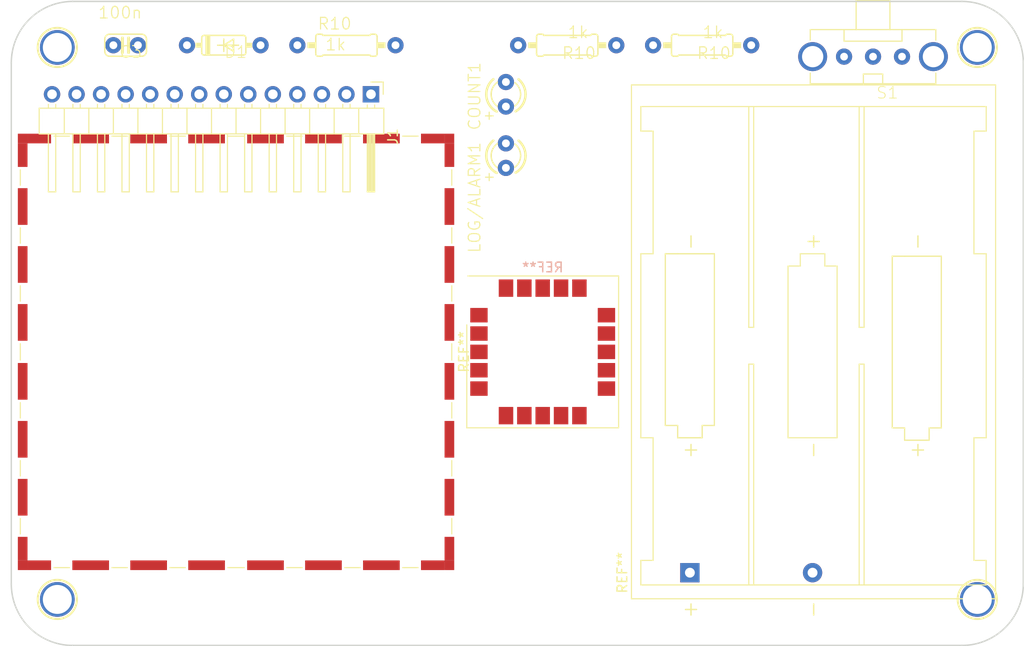
<source format=kicad_pcb>
(kicad_pcb (version 20171130) (host pcbnew 5.1.2-f72e74a~84~ubuntu18.04.1)

  (general
    (thickness 1.6)
    (drawings 10)
    (tracks 0)
    (zones 0)
    (modules 16)
    (nets 15)
  )

  (page A4)
  (layers
    (0 F.Cu signal)
    (31 B.Cu signal)
    (32 B.Adhes user)
    (33 F.Adhes user)
    (34 B.Paste user)
    (35 F.Paste user)
    (36 B.SilkS user)
    (37 F.SilkS user)
    (38 B.Mask user)
    (39 F.Mask user)
    (40 Dwgs.User user)
    (41 Cmts.User user)
    (42 Eco1.User user)
    (43 Eco2.User user)
    (44 Edge.Cuts user)
    (45 Margin user)
    (46 B.CrtYd user)
    (47 F.CrtYd user)
    (48 B.Fab user)
    (49 F.Fab user)
  )

  (setup
    (last_trace_width 0.25)
    (trace_clearance 0.2)
    (zone_clearance 0.508)
    (zone_45_only no)
    (trace_min 0.2)
    (via_size 0.8)
    (via_drill 0.4)
    (via_min_size 0.4)
    (via_min_drill 0.3)
    (uvia_size 0.3)
    (uvia_drill 0.1)
    (uvias_allowed no)
    (uvia_min_size 0.2)
    (uvia_min_drill 0.1)
    (edge_width 0.05)
    (segment_width 0.2)
    (pcb_text_width 0.3)
    (pcb_text_size 1.5 1.5)
    (mod_edge_width 0.12)
    (mod_text_size 1 1)
    (mod_text_width 0.15)
    (pad_size 1.524 1.524)
    (pad_drill 0.762)
    (pad_to_mask_clearance 0.051)
    (solder_mask_min_width 0.25)
    (aux_axis_origin 0 0)
    (visible_elements FFFFFF7F)
    (pcbplotparams
      (layerselection 0x010fc_ffffffff)
      (usegerberextensions false)
      (usegerberattributes false)
      (usegerberadvancedattributes false)
      (creategerberjobfile false)
      (excludeedgelayer true)
      (linewidth 0.150000)
      (plotframeref false)
      (viasonmask false)
      (mode 1)
      (useauxorigin false)
      (hpglpennumber 1)
      (hpglpenspeed 20)
      (hpglpendiameter 15.000000)
      (psnegative false)
      (psa4output false)
      (plotreference true)
      (plotvalue true)
      (plotinvisibletext false)
      (padsonsilk false)
      (subtractmaskfromsilk false)
      (outputformat 1)
      (mirror false)
      (drillshape 1)
      (scaleselection 1)
      (outputdirectory ""))
  )

  (net 0 "")
  (net 1 "Net-(J1-Pad14)")
  (net 2 "Net-(J1-Pad13)")
  (net 3 "Net-(J1-Pad12)")
  (net 4 "Net-(J1-Pad11)")
  (net 5 "Net-(J1-Pad10)")
  (net 6 "Net-(J1-Pad9)")
  (net 7 "Net-(J1-Pad8)")
  (net 8 "Net-(J1-Pad7)")
  (net 9 "Net-(J1-Pad6)")
  (net 10 "Net-(J1-Pad5)")
  (net 11 "Net-(J1-Pad4)")
  (net 12 "Net-(J1-Pad3)")
  (net 13 "Net-(J1-Pad2)")
  (net 14 "Net-(J1-Pad1)")

  (net_class Default "This is the default net class."
    (clearance 0.2)
    (trace_width 0.25)
    (via_dia 0.8)
    (via_drill 0.4)
    (uvia_dia 0.3)
    (uvia_drill 0.1)
    (add_net "Net-(J1-Pad1)")
    (add_net "Net-(J1-Pad10)")
    (add_net "Net-(J1-Pad11)")
    (add_net "Net-(J1-Pad12)")
    (add_net "Net-(J1-Pad13)")
    (add_net "Net-(J1-Pad14)")
    (add_net "Net-(J1-Pad2)")
    (add_net "Net-(J1-Pad3)")
    (add_net "Net-(J1-Pad4)")
    (add_net "Net-(J1-Pad5)")
    (add_net "Net-(J1-Pad6)")
    (add_net "Net-(J1-Pad7)")
    (add_net "Net-(J1-Pad8)")
    (add_net "Net-(J1-Pad9)")
  )

  (module RF_Shielding:Laird_Technologies_BMI-S-207-F_44.37x44.37mm (layer F.Cu) (tedit 5B85E948) (tstamp 5D270A93)
    (at 107.95 100.33 270)
    (descr "Laird Technologies BMI-S-207-F Shielding Cabinet Two Piece SMD 44.37x44.37mm (https://assets.lairdtech.com/home/brandworld/files/Board%20Level%20Shields%20Catalog%20Download.pdf)")
    (tags "Shielding Cabinet")
    (attr smd)
    (fp_text reference REF** (at 0 -23.59 90) (layer F.SilkS)
      (effects (font (size 1 1) (thickness 0.15)))
    )
    (fp_text value Laird_Technologies_BMI-S-207-F_44.37x44.37mm (at 0 23.59 90) (layer F.Fab)
      (effects (font (size 1 1) (thickness 0.15)))
    )
    (fp_line (start 21.34 21.34) (end -21.34 21.34) (layer F.CrtYd) (width 0.05))
    (fp_line (start 21.34 -21.34) (end 21.34 21.34) (layer F.CrtYd) (width 0.05))
    (fp_line (start 22.335 17.25) (end 22.335 18.85) (layer F.SilkS) (width 0.12))
    (fp_line (start -22.335 17.25) (end -22.335 18.85) (layer F.SilkS) (width 0.12))
    (fp_line (start 22.335 11.25) (end 22.335 12.85) (layer F.SilkS) (width 0.12))
    (fp_line (start -22.335 11.25) (end -22.335 12.85) (layer F.SilkS) (width 0.12))
    (fp_line (start 22.335 5.25) (end 22.335 6.85) (layer F.SilkS) (width 0.12))
    (fp_line (start -22.335 5.25) (end -22.335 6.85) (layer F.SilkS) (width 0.12))
    (fp_line (start 22.335 -0.85) (end 22.335 0.85) (layer F.SilkS) (width 0.12))
    (fp_line (start -22.335 -0.85) (end -22.335 0.85) (layer F.SilkS) (width 0.12))
    (fp_line (start 22.335 -6.85) (end 22.335 -5.25) (layer F.SilkS) (width 0.12))
    (fp_line (start -22.335 -6.85) (end -22.335 -5.25) (layer F.SilkS) (width 0.12))
    (fp_line (start 22.335 -12.85) (end 22.335 -11.25) (layer F.SilkS) (width 0.12))
    (fp_line (start -22.335 -12.85) (end -22.335 -11.25) (layer F.SilkS) (width 0.12))
    (fp_line (start 22.335 -18.85) (end 22.335 -17.25) (layer F.SilkS) (width 0.12))
    (fp_line (start -22.335 -18.85) (end -22.335 -17.25) (layer F.SilkS) (width 0.12))
    (fp_line (start 17.25 22.335) (end 18.85 22.335) (layer F.SilkS) (width 0.12))
    (fp_line (start 17.25 -22.335) (end 18.85 -22.335) (layer F.SilkS) (width 0.12))
    (fp_line (start 11.25 22.335) (end 12.85 22.335) (layer F.SilkS) (width 0.12))
    (fp_line (start 11.25 -22.335) (end 12.85 -22.335) (layer F.SilkS) (width 0.12))
    (fp_line (start 5.25 22.335) (end 6.85 22.335) (layer F.SilkS) (width 0.12))
    (fp_line (start 5.25 -22.335) (end 6.85 -22.335) (layer F.SilkS) (width 0.12))
    (fp_line (start -0.85 22.335) (end 0.85 22.335) (layer F.SilkS) (width 0.12))
    (fp_line (start -0.85 -22.335) (end 0.85 -22.335) (layer F.SilkS) (width 0.12))
    (fp_line (start -6.85 22.335) (end -5.25 22.335) (layer F.SilkS) (width 0.12))
    (fp_line (start -6.85 -22.335) (end -5.25 -22.335) (layer F.SilkS) (width 0.12))
    (fp_line (start -12.85 22.335) (end -11.25 22.335) (layer F.SilkS) (width 0.12))
    (fp_line (start -12.85 -22.335) (end -11.25 -22.335) (layer F.SilkS) (width 0.12))
    (fp_line (start -18.85 22.335) (end -17.25 22.335) (layer F.SilkS) (width 0.12))
    (fp_line (start -18.85 -22.335) (end -17.25 -22.335) (layer F.SilkS) (width 0.12))
    (fp_line (start 22.185 -22.185) (end -22.185 -22.185) (layer F.Fab) (width 0.1))
    (fp_line (start 22.185 22.185) (end 22.185 -22.185) (layer F.Fab) (width 0.1))
    (fp_line (start -22.185 22.185) (end 22.185 22.185) (layer F.Fab) (width 0.1))
    (fp_line (start -22.185 -22.185) (end -22.185 22.185) (layer F.Fab) (width 0.1))
    (fp_line (start 22.85 -22.85) (end -22.85 -22.85) (layer F.CrtYd) (width 0.05))
    (fp_line (start 22.85 22.85) (end 22.85 -22.85) (layer F.CrtYd) (width 0.05))
    (fp_line (start -22.85 22.85) (end 22.85 22.85) (layer F.CrtYd) (width 0.05))
    (fp_line (start -22.85 -22.85) (end -22.85 22.85) (layer F.CrtYd) (width 0.05))
    (fp_line (start 21.34 -21.34) (end -21.34 -21.34) (layer F.CrtYd) (width 0.05))
    (fp_line (start -21.34 -21.34) (end -21.34 21.34) (layer F.CrtYd) (width 0.05))
    (fp_text user %R (at 0 0 90) (layer F.Fab)
      (effects (font (size 1 1) (thickness 0.15)))
    )
    (pad 1 smd rect (at 22.09 20.37 270) (size 1 2.44) (layers F.Cu F.Paste F.Mask))
    (pad 1 smd rect (at -22.09 20.37 270) (size 1 2.44) (layers F.Cu F.Paste F.Mask))
    (pad 1 smd rect (at 22.09 15.05 270) (size 1 3.8) (layers F.Cu F.Paste F.Mask))
    (pad 1 smd rect (at -22.09 15.05 270) (size 1 3.8) (layers F.Cu F.Paste F.Mask))
    (pad 1 smd rect (at 22.09 9.05 270) (size 1 3.8) (layers F.Cu F.Paste F.Mask))
    (pad 1 smd rect (at -22.09 9.05 270) (size 1 3.8) (layers F.Cu F.Paste F.Mask))
    (pad 1 smd rect (at 22.09 3.05 270) (size 1 3.8) (layers F.Cu F.Paste F.Mask))
    (pad 1 smd rect (at -22.09 3.05 270) (size 1 3.8) (layers F.Cu F.Paste F.Mask))
    (pad 1 smd rect (at 22.09 -3.05 270) (size 1 3.8) (layers F.Cu F.Paste F.Mask))
    (pad 1 smd rect (at -22.09 -3.05 270) (size 1 3.8) (layers F.Cu F.Paste F.Mask))
    (pad 1 smd rect (at 22.09 -9.05 270) (size 1 3.8) (layers F.Cu F.Paste F.Mask))
    (pad 1 smd rect (at -22.09 -9.05 270) (size 1 3.8) (layers F.Cu F.Paste F.Mask))
    (pad 1 smd rect (at 22.09 -15.05 270) (size 1 3.8) (layers F.Cu F.Paste F.Mask))
    (pad 1 smd rect (at -22.09 -15.05 270) (size 1 3.8) (layers F.Cu F.Paste F.Mask))
    (pad 1 smd rect (at 22.09 -20.37 270) (size 1 2.44) (layers F.Cu F.Paste F.Mask))
    (pad 1 smd rect (at -22.09 -20.37 270) (size 1 2.44) (layers F.Cu F.Paste F.Mask))
    (pad 1 smd rect (at 20.37 22.09 270) (size 2.44 1) (layers F.Cu F.Paste F.Mask))
    (pad 1 smd rect (at 20.37 -22.09 270) (size 2.44 1) (layers F.Cu F.Paste F.Mask))
    (pad 1 smd rect (at 15.05 22.09 270) (size 3.8 1) (layers F.Cu F.Paste F.Mask))
    (pad 1 smd rect (at 15.05 -22.09 270) (size 3.8 1) (layers F.Cu F.Paste F.Mask))
    (pad 1 smd rect (at 9.05 22.09 270) (size 3.8 1) (layers F.Cu F.Paste F.Mask))
    (pad 1 smd rect (at 9.05 -22.09 270) (size 3.8 1) (layers F.Cu F.Paste F.Mask))
    (pad 1 smd rect (at 3.05 22.09 270) (size 3.8 1) (layers F.Cu F.Paste F.Mask))
    (pad 1 smd rect (at 3.05 -22.09 270) (size 3.8 1) (layers F.Cu F.Paste F.Mask))
    (pad 1 smd rect (at -3.05 22.09 270) (size 3.8 1) (layers F.Cu F.Paste F.Mask))
    (pad 1 smd rect (at -3.05 -22.09 270) (size 3.8 1) (layers F.Cu F.Paste F.Mask))
    (pad 1 smd rect (at -9.05 22.09 270) (size 3.8 1) (layers F.Cu F.Paste F.Mask))
    (pad 1 smd rect (at -9.05 -22.09 270) (size 3.8 1) (layers F.Cu F.Paste F.Mask))
    (pad 1 smd rect (at -15.05 22.09 270) (size 3.8 1) (layers F.Cu F.Paste F.Mask))
    (pad 1 smd rect (at -15.05 -22.09 270) (size 3.8 1) (layers F.Cu F.Paste F.Mask))
    (pad 1 smd rect (at -20.37 22.09 270) (size 2.44 1) (layers F.Cu F.Paste F.Mask))
    (pad 1 smd rect (at -20.37 -22.09 270) (size 2.44 1) (layers F.Cu F.Paste F.Mask))
    (pad 1 smd rect (at -22.09 22.09 270) (size 1 1) (layers F.Cu F.Paste F.Mask))
    (pad 1 smd rect (at 22.09 22.09 270) (size 1 1) (layers F.Cu F.Paste F.Mask))
    (pad 1 smd rect (at 22.09 -22.09 270) (size 1 1) (layers F.Cu F.Paste F.Mask))
    (pad 1 smd rect (at -22.09 -22.09 270) (size 1 1) (layers F.Cu F.Paste F.Mask))
    (model ${KISYS3DMOD}/RF_Shielding.3dshapes/Laird_Technologies_BMI-S-207-F_44.37x44.37mm.wrl
      (at (xyz 0 0 0))
      (scale (xyz 1 1 1))
      (rotate (xyz 0 0 0))
    )
    (model /home/rob/Data/Freecad/M5SatckFire.wrl
      (at (xyz 0 0 0))
      (scale (xyz 0.3 0.3 0.3))
      (rotate (xyz 0 0 0))
    )
  )

  (module RF_GPS:ublox_SAM-M8Q (layer F.Cu) (tedit 5C292C10) (tstamp 5D265571)
    (at 139.7 100.33)
    (descr "GPS Module, 15.5x15.5x6.3mm, https://www.u-blox.com/sites/default/files/SAM-M8Q_HardwareIntegrationManual_%28UBX-16018358%29.pdf")
    (tags "ublox SAM-M8Q")
    (solder_mask_margin 0.000001)
    (attr smd)
    (fp_text reference REF** (at 0 -8.75) (layer B.SilkS)
      (effects (font (size 1 1) (thickness 0.15)) (justify mirror))
    )
    (fp_text value ublox_SAM-M8Q (at 0 8.75) (layer F.Fab)
      (effects (font (size 1 1) (thickness 0.15)))
    )
    (fp_line (start -6 -3.8) (end -7.75 -4.5) (layer F.Fab) (width 0.1))
    (fp_line (start -6 -3.8) (end -7.75 -3.1) (layer F.Fab) (width 0.1))
    (fp_line (start 7.75 7.75) (end 7.75 -7.75) (layer F.Fab) (width 0.1))
    (fp_line (start 7.75 -7.75) (end -7.75 -7.75) (layer F.Fab) (width 0.1))
    (fp_line (start -7.75 -7.75) (end -7.75 7.75) (layer F.Fab) (width 0.1))
    (fp_line (start -7.75 7.75) (end 7.75 7.75) (layer F.Fab) (width 0.1))
    (fp_arc (start -4.5 4.5) (end -4.5 5.5) (angle 90) (layer F.Fab) (width 0.1))
    (fp_arc (start 4.5 4.5) (end 5.5 4.5) (angle 90) (layer F.Fab) (width 0.1))
    (fp_arc (start 4.5 -4.5) (end 4.5 -5.5) (angle 90) (layer F.Fab) (width 0.1))
    (fp_arc (start -4.5 -4.5) (end -5.5 -4.5) (angle 90) (layer F.Fab) (width 0.1))
    (fp_line (start -5.5 -4.5) (end -5.5 4.5) (layer F.Fab) (width 0.1))
    (fp_line (start -4.5 5.5) (end 4.5 5.5) (layer F.Fab) (width 0.1))
    (fp_line (start 5.5 4.5) (end 5.5 -4.5) (layer F.Fab) (width 0.1))
    (fp_line (start 4.5 -5.5) (end -4.5 -5.5) (layer F.Fab) (width 0.1))
    (fp_line (start -8 -8) (end -8 8) (layer F.CrtYd) (width 0.05))
    (fp_line (start -8 8) (end 8 8) (layer F.CrtYd) (width 0.05))
    (fp_line (start 8 8) (end 8 -8) (layer F.CrtYd) (width 0.05))
    (fp_line (start 8 -8) (end -8 -8) (layer F.CrtYd) (width 0.05))
    (fp_line (start -7.75 -7.86) (end 7.86 -7.86) (layer F.SilkS) (width 0.12))
    (fp_line (start 7.86 -7.86) (end 7.86 7.86) (layer F.SilkS) (width 0.12))
    (fp_line (start -7.86 7.86) (end 7.86 7.86) (layer F.SilkS) (width 0.12))
    (fp_line (start -7.86 -2.8) (end -7.86 7.86) (layer F.SilkS) (width 0.12))
    (fp_text user %R (at 0 0) (layer F.Fab)
      (effects (font (size 1 1) (thickness 0.15)))
    )
    (pad 20 smd rect (at -3.8 -6.6) (size 1.5 1.8) (layers F.Cu F.Mask))
    (pad 19 smd rect (at -1.9 -6.6) (size 1.5 1.8) (layers F.Cu F.Mask))
    (pad 18 smd rect (at 0 -6.6) (size 1.5 1.8) (layers F.Cu F.Mask))
    (pad 17 smd rect (at 1.9 -6.6) (size 1.5 1.8) (layers F.Cu F.Mask))
    (pad 16 smd rect (at 3.8 -6.6) (size 1.5 1.8) (layers F.Cu F.Mask))
    (pad 15 smd rect (at 6.6 -3.8) (size 1.8 1.5) (layers F.Cu F.Mask))
    (pad 14 smd rect (at 6.6 -1.9) (size 1.8 1.5) (layers F.Cu F.Mask))
    (pad 13 smd rect (at 6.6 0) (size 1.8 1.5) (layers F.Cu F.Mask))
    (pad 12 smd rect (at 6.6 1.9) (size 1.8 1.5) (layers F.Cu F.Mask))
    (pad 11 smd rect (at 6.6 3.8) (size 1.8 1.5) (layers F.Cu F.Mask))
    (pad 10 smd rect (at 3.8 6.6) (size 1.5 1.8) (layers F.Cu F.Mask))
    (pad 9 smd rect (at 1.9 6.6) (size 1.5 1.8) (layers F.Cu F.Mask))
    (pad 8 smd rect (at 0 6.6) (size 1.5 1.8) (layers F.Cu F.Mask))
    (pad 7 smd rect (at -1.9 6.6) (size 1.5 1.8) (layers F.Cu F.Mask))
    (pad 6 smd rect (at -3.8 6.6) (size 1.5 1.8) (layers F.Cu F.Mask))
    (pad 5 smd rect (at -6.6 3.8) (size 1.8 1.5) (layers F.Cu F.Mask))
    (pad 4 smd rect (at -6.6 1.9) (size 1.8 1.5) (layers F.Cu F.Mask))
    (pad 3 smd rect (at -6.6 0) (size 1.8 1.5) (layers F.Cu F.Mask))
    (pad 2 smd rect (at -6.6 -1.9) (size 1.8 1.5) (layers F.Cu F.Mask))
    (pad 1 smd rect (at -6.6 -3.8) (size 1.8 1.5) (layers F.Cu F.Mask))
    (pad "" smd rect (at -4.225 6.1) (size 0.58 0.72) (layers F.Paste))
    (pad "" smd rect (at -3.375 6.1) (size 0.58 0.72) (layers F.Paste))
    (pad "" smd rect (at -4.225 7.1) (size 0.58 0.72) (layers F.Paste))
    (pad "" smd rect (at -3.375 7.1) (size 0.58 0.72) (layers F.Paste))
    (pad "" smd rect (at -2.325 6.1) (size 0.58 0.72) (layers F.Paste))
    (pad "" smd rect (at -1.475 6.1) (size 0.58 0.72) (layers F.Paste))
    (pad "" smd rect (at -2.325 7.1) (size 0.58 0.72) (layers F.Paste))
    (pad "" smd rect (at -1.475 7.1) (size 0.58 0.72) (layers F.Paste))
    (pad "" smd rect (at -0.425 6.1) (size 0.58 0.72) (layers F.Paste))
    (pad "" smd rect (at 0.425 6.1) (size 0.58 0.72) (layers F.Paste))
    (pad "" smd rect (at -0.425 7.1) (size 0.58 0.72) (layers F.Paste))
    (pad "" smd rect (at 0.425 7.1) (size 0.58 0.72) (layers F.Paste))
    (pad "" smd rect (at 2.325 6.1) (size 0.58 0.72) (layers F.Paste))
    (pad "" smd rect (at 1.475 6.1) (size 0.58 0.72) (layers F.Paste))
    (pad "" smd rect (at 2.325 7.1) (size 0.58 0.72) (layers F.Paste))
    (pad "" smd rect (at 1.475 7.1) (size 0.58 0.72) (layers F.Paste))
    (pad "" smd rect (at 3.375 6.1) (size 0.58 0.72) (layers F.Paste))
    (pad "" smd rect (at 4.225 6.1) (size 0.58 0.72) (layers F.Paste))
    (pad "" smd rect (at 3.375 7.1) (size 0.58 0.72) (layers F.Paste))
    (pad "" smd rect (at 4.225 7.1) (size 0.58 0.72) (layers F.Paste))
    (pad "" smd rect (at -4.225 -6.1) (size 0.58 0.72) (layers F.Paste))
    (pad "" smd rect (at -1.475 -6.1) (size 0.58 0.72) (layers F.Paste))
    (pad "" smd rect (at -4.225 -7.1) (size 0.58 0.72) (layers F.Paste))
    (pad "" smd rect (at -1.475 -7.1) (size 0.58 0.72) (layers F.Paste))
    (pad "" smd rect (at -2.325 -6.1) (size 0.58 0.72) (layers F.Paste))
    (pad "" smd rect (at -3.375 -6.1) (size 0.58 0.72) (layers F.Paste))
    (pad "" smd rect (at -2.325 -7.1) (size 0.58 0.72) (layers F.Paste))
    (pad "" smd rect (at -3.375 -7.1) (size 0.58 0.72) (layers F.Paste))
    (pad "" smd rect (at -0.425 -6.1) (size 0.58 0.72) (layers F.Paste))
    (pad "" smd rect (at 0.425 -6.1) (size 0.58 0.72) (layers F.Paste))
    (pad "" smd rect (at -0.425 -7.1) (size 0.58 0.72) (layers F.Paste))
    (pad "" smd rect (at 0.425 -7.1) (size 0.58 0.72) (layers F.Paste))
    (pad "" smd rect (at 1.475 -6.1) (size 0.58 0.72) (layers F.Paste))
    (pad "" smd rect (at 2.325 -6.1) (size 0.58 0.72) (layers F.Paste))
    (pad "" smd rect (at 1.475 -7.1) (size 0.58 0.72) (layers F.Paste))
    (pad "" smd rect (at 2.325 -7.1) (size 0.58 0.72) (layers F.Paste))
    (pad "" smd rect (at 3.375 -6.1) (size 0.58 0.72) (layers F.Paste))
    (pad "" smd rect (at 4.225 -6.1) (size 0.58 0.72) (layers F.Paste))
    (pad "" smd rect (at 3.375 -7.1) (size 0.58 0.72) (layers F.Paste))
    (pad "" smd rect (at 4.225 -7.1) (size 0.58 0.72) (layers F.Paste))
    (pad "" smd rect (at -7.1 -4.225) (size 0.72 0.58) (layers F.Paste))
    (pad "" smd rect (at -7.1 -3.375) (size 0.72 0.58) (layers F.Paste))
    (pad "" smd rect (at -6.1 -4.225) (size 0.72 0.58) (layers F.Paste))
    (pad "" smd rect (at -6.1 -3.375) (size 0.72 0.58) (layers F.Paste))
    (pad "" smd rect (at -7.1 -2.325) (size 0.72 0.58) (layers F.Paste))
    (pad "" smd rect (at -6.1 -2.325) (size 0.72 0.58) (layers F.Paste))
    (pad "" smd rect (at -7.1 -1.475) (size 0.72 0.58) (layers F.Paste))
    (pad "" smd rect (at -6.1 -1.475) (size 0.72 0.58) (layers F.Paste))
    (pad "" smd rect (at -7.1 -0.425) (size 0.72 0.58) (layers F.Paste))
    (pad "" smd rect (at -6.1 -0.425) (size 0.72 0.58) (layers F.Paste))
    (pad "" smd rect (at -7.1 0.425) (size 0.72 0.58) (layers F.Paste))
    (pad "" smd rect (at -6.1 0.425) (size 0.72 0.58) (layers F.Paste))
    (pad "" smd rect (at -7.1 1.475) (size 0.72 0.58) (layers F.Paste))
    (pad "" smd rect (at -6.1 1.475) (size 0.72 0.58) (layers F.Paste))
    (pad "" smd rect (at -7.1 2.325) (size 0.72 0.58) (layers F.Paste))
    (pad "" smd rect (at -6.1 2.325) (size 0.72 0.58) (layers F.Paste))
    (pad "" smd rect (at -7.1 3.375) (size 0.72 0.58) (layers F.Paste))
    (pad "" smd rect (at -6.1 3.375) (size 0.72 0.58) (layers F.Paste))
    (pad "" smd rect (at -7.1 4.225) (size 0.72 0.58) (layers F.Paste))
    (pad "" smd rect (at -6.1 4.225) (size 0.72 0.58) (layers F.Paste))
    (pad "" smd rect (at 6.1 -4.225) (size 0.72 0.58) (layers F.Paste))
    (pad "" smd rect (at 7.1 -4.225) (size 0.72 0.58) (layers F.Paste))
    (pad "" smd rect (at 6.1 -3.375) (size 0.72 0.58) (layers F.Paste))
    (pad "" smd rect (at 7.1 -3.375) (size 0.72 0.58) (layers F.Paste))
    (pad "" smd rect (at 6.1 -2.325) (size 0.72 0.58) (layers F.Paste))
    (pad "" smd rect (at 7.1 -2.325) (size 0.72 0.58) (layers F.Paste))
    (pad "" smd rect (at 6.1 -1.475) (size 0.72 0.58) (layers F.Paste))
    (pad "" smd rect (at 7.1 -1.475) (size 0.72 0.58) (layers F.Paste))
    (pad "" smd rect (at 6.1 -0.425) (size 0.72 0.58) (layers F.Paste))
    (pad "" smd rect (at 7.1 -0.425) (size 0.72 0.58) (layers F.Paste))
    (pad "" smd rect (at 6.1 0.425) (size 0.72 0.58) (layers F.Paste))
    (pad "" smd rect (at 7.1 0.425) (size 0.72 0.58) (layers F.Paste))
    (pad "" smd rect (at 6.1 1.475) (size 0.72 0.58) (layers F.Paste))
    (pad "" smd rect (at 7.1 1.475) (size 0.72 0.58) (layers F.Paste))
    (pad "" smd rect (at 6.1 2.325) (size 0.72 0.58) (layers F.Paste))
    (pad "" smd rect (at 7.1 2.325) (size 0.72 0.58) (layers F.Paste))
    (pad "" smd rect (at 6.1 3.375) (size 0.72 0.58) (layers F.Paste))
    (pad "" smd rect (at 7.1 3.375) (size 0.72 0.58) (layers F.Paste))
    (pad "" smd rect (at 6.1 4.225) (size 0.72 0.58) (layers F.Paste))
    (pad "" smd rect (at 7.1 4.225) (size 0.72 0.58) (layers F.Paste))
    (model ${KISYS3DMOD}/RF_GPS.3dshapes/ublox_SAM-M8Q.wrl
      (offset (xyz -0.5 0 0))
      (scale (xyz 0.6 0.6 0.6))
      (rotate (xyz 0 0 0))
    )
    (model ${KISYS3DMOD}/RF_Module.3dshapes/ZETA-433-SO_THT.step
      (offset (xyz -5 5.5 0))
      (scale (xyz 0.8 0.8 1))
      (rotate (xyz 0 0 0))
    )
  )

  (module Battery:BatteryHolder_Keystone_2479_3xAAA (layer F.Cu) (tedit 5B254C90) (tstamp 5D264DA5)
    (at 154.94 123.19 90)
    (descr "3xAAA cell battery holder, Keystone P/N 2479, http://www.keyelco.com/product-pdf.cfm?p=1041")
    (tags "AAA battery cell holder")
    (fp_text reference REF** (at 0 -7 270) (layer F.SilkS)
      (effects (font (size 1 1) (thickness 0.15)))
    )
    (fp_text value BatteryHolder_Keystone_2479_3xAAA (at 25.4 8.89 90) (layer F.Fab)
      (effects (font (size 1 1) (thickness 0.15)))
    )
    (fp_text user + (at -3.81 0 90) (layer F.SilkS)
      (effects (font (size 1.5 1.5) (thickness 0.15)))
    )
    (fp_text user - (at -3.81 12.7 90) (layer F.SilkS)
      (effects (font (size 1.5 1.5) (thickness 0.15)))
    )
    (fp_text user - (at 34.29 0 90) (layer F.SilkS)
      (effects (font (size 1.5 1.5) (thickness 0.15)))
    )
    (fp_text user - (at 34.29 23.495 90) (layer F.SilkS)
      (effects (font (size 1.5 1.5) (thickness 0.15)))
    )
    (fp_text user - (at 12.7 12.7 90) (layer F.SilkS)
      (effects (font (size 1.5 1.5) (thickness 0.15)))
    )
    (fp_text user + (at 12.7 23.495 90) (layer F.SilkS)
      (effects (font (size 1.5 1.5) (thickness 0.15)))
    )
    (fp_text user + (at 34.29 12.7 90) (layer F.SilkS)
      (effects (font (size 1.5 1.5) (thickness 0.15)))
    )
    (fp_line (start -2.6 -5.95) (end 50.4 -5.95) (layer F.Fab) (width 0.1))
    (fp_line (start -2.6 6.35) (end -2.6 -5.95) (layer F.Fab) (width 0.1))
    (fp_line (start -2.6 31.55) (end 50.4 31.55) (layer F.Fab) (width 0.1))
    (fp_line (start 50.4 18.65) (end 50.4 -5.95) (layer F.Fab) (width 0.1))
    (fp_line (start -2.6 18.65) (end -2.6 6.35) (layer F.Fab) (width 0.1))
    (fp_line (start 45.72 30.68) (end 45.72 29.41) (layer F.SilkS) (width 0.12))
    (fp_line (start 48.26 30.68) (end 45.72 30.68) (layer F.SilkS) (width 0.12))
    (fp_line (start 48.26 -5.08) (end 48.26 17.78) (layer F.SilkS) (width 0.12))
    (fp_line (start 45.72 -5.08) (end 45.72 -3.81) (layer F.SilkS) (width 0.12))
    (fp_line (start 48.26 -5.08) (end 45.72 -5.08) (layer F.SilkS) (width 0.12))
    (fp_line (start 1.27 29.41) (end 13.97 29.41) (layer F.SilkS) (width 0.12))
    (fp_line (start 1.27 30.6705) (end 1.27 29.41) (layer F.SilkS) (width 0.12))
    (fp_line (start -1.27 30.6705) (end 1.27 30.6705) (layer F.SilkS) (width 0.12))
    (fp_line (start -1.27 -5.08) (end -1.27 17.78) (layer F.SilkS) (width 0.12))
    (fp_line (start 1.27 -5.08) (end -1.27 -5.08) (layer F.SilkS) (width 0.12))
    (fp_line (start 1.27 -3.81) (end 1.27 -5.08) (layer F.SilkS) (width 0.12))
    (fp_line (start 1.27 -3.81) (end 13.97 -3.81) (layer F.SilkS) (width 0.12))
    (fp_line (start 45.72 29.41) (end 33.02 29.41) (layer F.SilkS) (width 0.12))
    (fp_line (start 13.97 -5.08) (end 13.97 -3.81) (layer F.SilkS) (width 0.12))
    (fp_line (start 33.02 -5.08) (end 13.97 -5.08) (layer F.SilkS) (width 0.12))
    (fp_line (start 33.02 -3.81) (end 33.02 -5.08) (layer F.SilkS) (width 0.12))
    (fp_line (start 45.72 -3.81) (end 33.02 -3.81) (layer F.SilkS) (width 0.12))
    (fp_line (start 33.02 30.68) (end 33.02 29.41) (layer F.SilkS) (width 0.12))
    (fp_line (start 13.97 30.68) (end 33.02 30.68) (layer F.SilkS) (width 0.12))
    (fp_line (start 13.97 29.41) (end 13.97 30.68) (layer F.SilkS) (width 0.12))
    (fp_line (start 25.4 6.604) (end 48.26 6.604) (layer F.SilkS) (width 0.12))
    (fp_line (start 25.4 6.096) (end 25.4 6.604) (layer F.SilkS) (width 0.12))
    (fp_line (start 48.26 6.096) (end 25.4 6.096) (layer F.SilkS) (width 0.12))
    (fp_line (start 21.59 6.604) (end -1.27 6.604) (layer F.SilkS) (width 0.12))
    (fp_line (start 21.59 6.096) (end 21.59 6.604) (layer F.SilkS) (width 0.12))
    (fp_line (start -1.27 6.096) (end 21.59 6.096) (layer F.SilkS) (width 0.12))
    (fp_line (start 33.02 -2.54) (end 33.02 -1.27) (layer F.SilkS) (width 0.12))
    (fp_line (start 15.24 -2.54) (end 33.02 -2.54) (layer F.SilkS) (width 0.12))
    (fp_line (start 15.24 -1.27) (end 15.24 -2.54) (layer F.SilkS) (width 0.12))
    (fp_line (start 13.97 -1.27) (end 15.24 -1.27) (layer F.SilkS) (width 0.12))
    (fp_line (start 13.97 1.27) (end 13.97 -1.27) (layer F.SilkS) (width 0.12))
    (fp_line (start 15.24 1.27) (end 13.97 1.27) (layer F.SilkS) (width 0.12))
    (fp_line (start 15.24 2.54) (end 15.24 1.27) (layer F.SilkS) (width 0.12))
    (fp_line (start 33.02 2.54) (end 15.24 2.54) (layer F.SilkS) (width 0.12))
    (fp_line (start 33.02 -1.27) (end 33.02 2.54) (layer F.SilkS) (width 0.12))
    (fp_line (start 31.75 15.24) (end 13.97 15.24) (layer F.SilkS) (width 0.12))
    (fp_line (start 31.75 13.97) (end 31.75 15.24) (layer F.SilkS) (width 0.12))
    (fp_line (start 33.02 13.97) (end 31.75 13.97) (layer F.SilkS) (width 0.12))
    (fp_line (start 33.02 11.43) (end 33.02 13.97) (layer F.SilkS) (width 0.12))
    (fp_line (start 31.75 11.43) (end 33.02 11.43) (layer F.SilkS) (width 0.12))
    (fp_line (start 31.75 10.16) (end 31.75 11.43) (layer F.SilkS) (width 0.12))
    (fp_line (start 13.97 10.16) (end 31.75 10.16) (layer F.SilkS) (width 0.12))
    (fp_line (start 13.97 15.24) (end 13.97 10.16) (layer F.SilkS) (width 0.12))
    (fp_line (start 50.4 18.65) (end 50.4 31.55) (layer F.Fab) (width 0.1))
    (fp_line (start -2.6 18.65) (end -2.6 31.55) (layer F.Fab) (width 0.1))
    (fp_line (start 48.26 17.78) (end 48.26 30.68) (layer F.SilkS) (width 0.12))
    (fp_line (start -1.27 17.78) (end -1.27 30.6705) (layer F.SilkS) (width 0.12))
    (fp_line (start 33.02 -1.27) (end 33.02 2.54) (layer F.SilkS) (width 0.12))
    (fp_line (start 33.02 2.54) (end 15.24 2.54) (layer F.SilkS) (width 0.12))
    (fp_line (start 15.24 2.54) (end 15.24 1.27) (layer F.SilkS) (width 0.12))
    (fp_line (start 15.24 1.27) (end 13.97 1.27) (layer F.SilkS) (width 0.12))
    (fp_line (start 13.97 1.27) (end 13.97 -1.27) (layer F.SilkS) (width 0.12))
    (fp_line (start 13.97 -1.27) (end 15.24 -1.27) (layer F.SilkS) (width 0.12))
    (fp_line (start 15.24 -1.27) (end 15.24 -2.54) (layer F.SilkS) (width 0.12))
    (fp_line (start 15.24 -2.54) (end 33.02 -2.54) (layer F.SilkS) (width 0.12))
    (fp_line (start 33.02 -2.54) (end 33.02 -1.27) (layer F.SilkS) (width 0.12))
    (fp_line (start 32.766 20.955) (end 32.766 22.225) (layer F.SilkS) (width 0.12))
    (fp_line (start 14.986 20.955) (end 32.766 20.955) (layer F.SilkS) (width 0.12))
    (fp_line (start 14.986 22.225) (end 14.986 20.955) (layer F.SilkS) (width 0.12))
    (fp_line (start 13.716 22.225) (end 14.986 22.225) (layer F.SilkS) (width 0.12))
    (fp_line (start 13.716 24.765) (end 13.716 22.225) (layer F.SilkS) (width 0.12))
    (fp_line (start 14.986 24.765) (end 13.716 24.765) (layer F.SilkS) (width 0.12))
    (fp_line (start 14.986 26.035) (end 14.986 24.765) (layer F.SilkS) (width 0.12))
    (fp_line (start 32.766 26.035) (end 14.986 26.035) (layer F.SilkS) (width 0.12))
    (fp_line (start 32.766 22.225) (end 32.766 26.035) (layer F.SilkS) (width 0.12))
    (fp_line (start 32.766 22.225) (end 32.766 26.035) (layer F.SilkS) (width 0.12))
    (fp_line (start 32.766 26.035) (end 14.986 26.035) (layer F.SilkS) (width 0.12))
    (fp_line (start 14.986 26.035) (end 14.986 24.765) (layer F.SilkS) (width 0.12))
    (fp_line (start 14.986 24.765) (end 13.716 24.765) (layer F.SilkS) (width 0.12))
    (fp_line (start 13.716 24.765) (end 13.716 22.225) (layer F.SilkS) (width 0.12))
    (fp_line (start 13.716 22.225) (end 14.986 22.225) (layer F.SilkS) (width 0.12))
    (fp_line (start 14.986 22.225) (end 14.986 20.955) (layer F.SilkS) (width 0.12))
    (fp_line (start 14.986 20.955) (end 32.766 20.955) (layer F.SilkS) (width 0.12))
    (fp_line (start 32.766 20.955) (end 32.766 22.225) (layer F.SilkS) (width 0.12))
    (fp_line (start -1.27 17.526) (end 21.59 17.526) (layer F.SilkS) (width 0.12))
    (fp_line (start 21.59 17.526) (end 21.59 18.034) (layer F.SilkS) (width 0.12))
    (fp_line (start 21.59 18.034) (end -1.27 18.034) (layer F.SilkS) (width 0.12))
    (fp_line (start 48.26 17.526) (end 25.4 17.526) (layer F.SilkS) (width 0.12))
    (fp_line (start 25.4 17.526) (end 25.4 18.034) (layer F.SilkS) (width 0.12))
    (fp_line (start 25.4 18.034) (end 48.26 18.034) (layer F.SilkS) (width 0.12))
    (fp_line (start 50.9 -6.45) (end 50.9 32.05) (layer F.CrtYd) (width 0.05))
    (fp_line (start 50.9 32.05) (end -3.1 32.05) (layer F.CrtYd) (width 0.05))
    (fp_line (start -3.1 32.05) (end -3.1 -6.45) (layer F.CrtYd) (width 0.05))
    (fp_line (start -3.1 -6.45) (end 50.9 -6.45) (layer F.CrtYd) (width 0.05))
    (fp_line (start 50.5 -6.05) (end -2.7 -6.05) (layer F.SilkS) (width 0.12))
    (fp_line (start -2.7 -6.05) (end -2.7 31.65) (layer F.SilkS) (width 0.12))
    (fp_line (start -2.7 31.65) (end 50.5 31.65) (layer F.SilkS) (width 0.12))
    (fp_line (start 50.5 31.65) (end 50.5 -6.05) (layer F.SilkS) (width 0.12))
    (fp_text user %R (at 0 0 90) (layer F.Fab)
      (effects (font (size 1 1) (thickness 0.15)))
    )
    (fp_text user + (at 12.7 0 90) (layer F.SilkS)
      (effects (font (size 1.5 1.5) (thickness 0.15)))
    )
    (pad "" np_thru_hole circle (at 23.7236 0 90) (size 3.5 3.5) (drill 3.5) (layers *.Cu *.Mask))
    (pad "" np_thru_hole circle (at 23.7236 23.495 90) (size 3.5 3.5) (drill 3.5) (layers *.Cu *.Mask))
    (pad 2 thru_hole circle (at 0 12.7 90) (size 2 2) (drill 1.02) (layers *.Cu *.Mask))
    (pad 1 thru_hole rect (at 0 0 90) (size 2 2) (drill 1.02) (layers *.Cu *.Mask))
    (model ${KISYS3DMOD}/Battery.3dshapes/BatteryHolder_Keystone_2479_3xAAA.wrl
      (at (xyz 0 0 0))
      (scale (xyz 1 1 1))
      (rotate (xyz 0 0 0))
    )
  )

  (module "bGeigieNanoKit V1.1r5a:0207_10" (layer F.Cu) (tedit 0) (tstamp 5D265F15)
    (at 119.38 68.58)
    (descr "<b>RESISTOR</b><p>\ntype 0207, grid 10 mm")
    (path /491404DE0633656B)
    (fp_text reference R10 (at -3.048 -1.524) (layer F.SilkS)
      (effects (font (size 1.2065 1.2065) (thickness 0.12065)) (justify left bottom))
    )
    (fp_text value 1k (at -2.2606 0.635) (layer F.SilkS)
      (effects (font (size 1.2065 1.2065) (thickness 0.12065)) (justify left bottom))
    )
    (fp_poly (pts (xy -4.0386 0.3048) (xy -3.175 0.3048) (xy -3.175 -0.3048) (xy -4.0386 -0.3048)) (layer F.SilkS) (width 0))
    (fp_poly (pts (xy 3.175 0.3048) (xy 4.0386 0.3048) (xy 4.0386 -0.3048) (xy 3.175 -0.3048)) (layer F.SilkS) (width 0))
    (fp_line (start 3.175 0.889) (end 3.175 -0.889) (layer F.SilkS) (width 0.1524))
    (fp_line (start 2.921 1.143) (end 2.54 1.143) (layer F.SilkS) (width 0.1524))
    (fp_line (start 2.921 -1.143) (end 2.54 -1.143) (layer F.SilkS) (width 0.1524))
    (fp_line (start 2.413 1.016) (end -2.413 1.016) (layer F.SilkS) (width 0.1524))
    (fp_line (start 2.413 1.016) (end 2.54 1.143) (layer F.SilkS) (width 0.1524))
    (fp_line (start 2.413 -1.016) (end -2.413 -1.016) (layer F.SilkS) (width 0.1524))
    (fp_line (start 2.413 -1.016) (end 2.54 -1.143) (layer F.SilkS) (width 0.1524))
    (fp_line (start -2.413 1.016) (end -2.54 1.143) (layer F.SilkS) (width 0.1524))
    (fp_line (start -2.921 1.143) (end -2.54 1.143) (layer F.SilkS) (width 0.1524))
    (fp_line (start -2.413 -1.016) (end -2.54 -1.143) (layer F.SilkS) (width 0.1524))
    (fp_line (start -2.921 -1.143) (end -2.54 -1.143) (layer F.SilkS) (width 0.1524))
    (fp_line (start -3.175 0.889) (end -3.175 -0.889) (layer F.SilkS) (width 0.1524))
    (fp_arc (start 2.921 -0.889) (end 2.921 -1.143) (angle 90) (layer F.SilkS) (width 0.1524))
    (fp_arc (start 2.921 0.889) (end 2.921 1.143) (angle -90) (layer F.SilkS) (width 0.1524))
    (fp_arc (start -2.921 0.889) (end -3.175 0.889) (angle -90) (layer F.SilkS) (width 0.1524))
    (fp_arc (start -2.921 -0.889) (end -3.175 -0.889) (angle 90) (layer F.SilkS) (width 0.1524))
    (fp_line (start -5.08 0) (end -4.064 0) (layer F.Fab) (width 0.6096))
    (fp_line (start 5.08 0) (end 4.064 0) (layer F.Fab) (width 0.6096))
    (pad 2 thru_hole circle (at 5.08 0) (size 1.6764 1.6764) (drill 0.8128) (layers *.Cu *.Mask)
      (solder_mask_margin 0.1016))
    (pad 1 thru_hole circle (at -5.08 0) (size 1.6764 1.6764) (drill 0.8128) (layers *.Cu *.Mask)
      (solder_mask_margin 0.1016))
  )

  (module "bGeigieNanoKit V1.1r5a:0207_10" (layer F.Cu) (tedit 0) (tstamp 5D259B5D)
    (at 142.24 68.58 180)
    (descr "<b>RESISTOR</b><p>\ntype 0207, grid 10 mm")
    (path /491404DE0633656B)
    (fp_text reference R10 (at -3.048 -1.524) (layer F.SilkS)
      (effects (font (size 1.2065 1.2065) (thickness 0.12065)) (justify right bottom))
    )
    (fp_text value 1k (at -2.2606 0.635) (layer F.SilkS)
      (effects (font (size 1.2065 1.2065) (thickness 0.12065)) (justify right bottom))
    )
    (fp_poly (pts (xy -4.0386 0.3048) (xy -3.175 0.3048) (xy -3.175 -0.3048) (xy -4.0386 -0.3048)) (layer F.SilkS) (width 0))
    (fp_poly (pts (xy 3.175 0.3048) (xy 4.0386 0.3048) (xy 4.0386 -0.3048) (xy 3.175 -0.3048)) (layer F.SilkS) (width 0))
    (fp_line (start 3.175 0.889) (end 3.175 -0.889) (layer F.SilkS) (width 0.1524))
    (fp_line (start 2.921 1.143) (end 2.54 1.143) (layer F.SilkS) (width 0.1524))
    (fp_line (start 2.921 -1.143) (end 2.54 -1.143) (layer F.SilkS) (width 0.1524))
    (fp_line (start 2.413 1.016) (end -2.413 1.016) (layer F.SilkS) (width 0.1524))
    (fp_line (start 2.413 1.016) (end 2.54 1.143) (layer F.SilkS) (width 0.1524))
    (fp_line (start 2.413 -1.016) (end -2.413 -1.016) (layer F.SilkS) (width 0.1524))
    (fp_line (start 2.413 -1.016) (end 2.54 -1.143) (layer F.SilkS) (width 0.1524))
    (fp_line (start -2.413 1.016) (end -2.54 1.143) (layer F.SilkS) (width 0.1524))
    (fp_line (start -2.921 1.143) (end -2.54 1.143) (layer F.SilkS) (width 0.1524))
    (fp_line (start -2.413 -1.016) (end -2.54 -1.143) (layer F.SilkS) (width 0.1524))
    (fp_line (start -2.921 -1.143) (end -2.54 -1.143) (layer F.SilkS) (width 0.1524))
    (fp_line (start -3.175 0.889) (end -3.175 -0.889) (layer F.SilkS) (width 0.1524))
    (fp_arc (start 2.921 -0.889) (end 2.921 -1.143) (angle 90) (layer F.SilkS) (width 0.1524))
    (fp_arc (start 2.921 0.889) (end 2.921 1.143) (angle -90) (layer F.SilkS) (width 0.1524))
    (fp_arc (start -2.921 0.889) (end -3.175 0.889) (angle -90) (layer F.SilkS) (width 0.1524))
    (fp_arc (start -2.921 -0.889) (end -3.175 -0.889) (angle 90) (layer F.SilkS) (width 0.1524))
    (fp_line (start -5.08 0) (end -4.064 0) (layer F.Fab) (width 0.6096))
    (fp_line (start 5.08 0) (end 4.064 0) (layer F.Fab) (width 0.6096))
    (pad 2 thru_hole circle (at 5.08 0 180) (size 1.6764 1.6764) (drill 0.8128) (layers *.Cu *.Mask)
      (solder_mask_margin 0.1016))
    (pad 1 thru_hole circle (at -5.08 0 180) (size 1.6764 1.6764) (drill 0.8128) (layers *.Cu *.Mask)
      (solder_mask_margin 0.1016))
  )

  (module "bGeigieNanoKit V1.1r5a:0207_10" (layer F.Cu) (tedit 0) (tstamp 5D258987)
    (at 156.21 68.58 180)
    (descr "<b>RESISTOR</b><p>\ntype 0207, grid 10 mm")
    (path /491404DE0633656B)
    (fp_text reference R10 (at -3.048 -1.524) (layer F.SilkS)
      (effects (font (size 1.2065 1.2065) (thickness 0.12065)) (justify right bottom))
    )
    (fp_text value 1k (at -2.2606 0.635) (layer F.SilkS)
      (effects (font (size 1.2065 1.2065) (thickness 0.12065)) (justify right bottom))
    )
    (fp_line (start 5.08 0) (end 4.064 0) (layer F.Fab) (width 0.6096))
    (fp_line (start -5.08 0) (end -4.064 0) (layer F.Fab) (width 0.6096))
    (fp_arc (start -2.921 -0.889) (end -3.175 -0.889) (angle 90) (layer F.SilkS) (width 0.1524))
    (fp_arc (start -2.921 0.889) (end -3.175 0.889) (angle -90) (layer F.SilkS) (width 0.1524))
    (fp_arc (start 2.921 0.889) (end 2.921 1.143) (angle -90) (layer F.SilkS) (width 0.1524))
    (fp_arc (start 2.921 -0.889) (end 2.921 -1.143) (angle 90) (layer F.SilkS) (width 0.1524))
    (fp_line (start -3.175 0.889) (end -3.175 -0.889) (layer F.SilkS) (width 0.1524))
    (fp_line (start -2.921 -1.143) (end -2.54 -1.143) (layer F.SilkS) (width 0.1524))
    (fp_line (start -2.413 -1.016) (end -2.54 -1.143) (layer F.SilkS) (width 0.1524))
    (fp_line (start -2.921 1.143) (end -2.54 1.143) (layer F.SilkS) (width 0.1524))
    (fp_line (start -2.413 1.016) (end -2.54 1.143) (layer F.SilkS) (width 0.1524))
    (fp_line (start 2.413 -1.016) (end 2.54 -1.143) (layer F.SilkS) (width 0.1524))
    (fp_line (start 2.413 -1.016) (end -2.413 -1.016) (layer F.SilkS) (width 0.1524))
    (fp_line (start 2.413 1.016) (end 2.54 1.143) (layer F.SilkS) (width 0.1524))
    (fp_line (start 2.413 1.016) (end -2.413 1.016) (layer F.SilkS) (width 0.1524))
    (fp_line (start 2.921 -1.143) (end 2.54 -1.143) (layer F.SilkS) (width 0.1524))
    (fp_line (start 2.921 1.143) (end 2.54 1.143) (layer F.SilkS) (width 0.1524))
    (fp_line (start 3.175 0.889) (end 3.175 -0.889) (layer F.SilkS) (width 0.1524))
    (fp_poly (pts (xy 3.175 0.3048) (xy 4.0386 0.3048) (xy 4.0386 -0.3048) (xy 3.175 -0.3048)) (layer F.SilkS) (width 0))
    (fp_poly (pts (xy -4.0386 0.3048) (xy -3.175 0.3048) (xy -3.175 -0.3048) (xy -4.0386 -0.3048)) (layer F.SilkS) (width 0))
    (pad 1 thru_hole circle (at -5.08 0 180) (size 1.6764 1.6764) (drill 0.8128) (layers *.Cu *.Mask)
      (solder_mask_margin 0.1016))
    (pad 2 thru_hole circle (at 5.08 0 180) (size 1.6764 1.6764) (drill 0.8128) (layers *.Cu *.Mask)
      (solder_mask_margin 0.1016))
  )

  (module "bGeigieNanoKit V1.1r5a:DO35-7" (layer F.Cu) (tedit 0) (tstamp 5D2589F9)
    (at 106.68 68.58)
    (descr "<B>DIODE</B><p>\ndiameter 2 mm, horizontal, grid 7.62 mm")
    (path /C049FE434DF527AB)
    (fp_text reference D1 (at 0 0) (layer F.SilkS)
      (effects (font (size 1.2065 1.2065) (thickness 0.09652)) (justify left top))
    )
    (fp_text value 1N4148 (at -2.286 2.667 180) (layer F.SilkS) hide
      (effects (font (size 1.2065 1.2065) (thickness 0.127)) (justify left top))
    )
    (fp_line (start 3.81 0) (end 2.921 0) (layer F.Fab) (width 0.508))
    (fp_line (start -3.81 0) (end -2.921 0) (layer F.Fab) (width 0.508))
    (fp_line (start -0.635 0) (end 0 0) (layer F.SilkS) (width 0.1524))
    (fp_line (start 1.016 -0.635) (end 1.016 0.635) (layer F.SilkS) (width 0.1524))
    (fp_line (start 1.016 0.635) (end 0 0) (layer F.SilkS) (width 0.1524))
    (fp_line (start 0 0) (end 1.524 0) (layer F.SilkS) (width 0.1524))
    (fp_line (start 0 0) (end 1.016 -0.635) (layer F.SilkS) (width 0.1524))
    (fp_line (start 0 -0.635) (end 0 0) (layer F.SilkS) (width 0.1524))
    (fp_line (start 0 0) (end 0 0.635) (layer F.SilkS) (width 0.1524))
    (fp_arc (start 2.032 -0.762) (end 2.032 -1.016) (angle 90) (layer F.SilkS) (width 0.1524))
    (fp_line (start 2.286 -0.762) (end 2.286 0.762) (layer F.SilkS) (width 0.1524))
    (fp_arc (start 2.032 0.762) (end 2.032 1.016) (angle -90) (layer F.SilkS) (width 0.1524))
    (fp_arc (start -2.032 -0.762) (end -2.286 -0.762) (angle 90) (layer F.SilkS) (width 0.1524))
    (fp_arc (start -2.032 0.762) (end -2.286 0.762) (angle -90) (layer F.SilkS) (width 0.1524))
    (fp_line (start -2.032 1.016) (end 2.032 1.016) (layer F.SilkS) (width 0.1524))
    (fp_line (start -2.286 -0.762) (end -2.286 0.762) (layer F.SilkS) (width 0.1524))
    (fp_line (start -2.032 -1.016) (end 2.032 -1.016) (layer F.SilkS) (width 0.1524))
    (fp_poly (pts (xy -1.905 1.016) (xy -1.397 1.016) (xy -1.397 -1.016) (xy -1.905 -1.016)) (layer F.SilkS) (width 0))
    (fp_poly (pts (xy 2.286 0.254) (xy 2.921 0.254) (xy 2.921 -0.254) (xy 2.286 -0.254)) (layer F.SilkS) (width 0))
    (fp_poly (pts (xy -2.921 0.254) (xy -2.286 0.254) (xy -2.286 -0.254) (xy -2.921 -0.254)) (layer F.SilkS) (width 0))
    (pad C thru_hole circle (at -3.81 0) (size 1.6764 1.6764) (drill 0.8128) (layers *.Cu *.Mask)
      (solder_mask_margin 0.1016))
    (pad A thru_hole circle (at 3.81 0) (size 1.6764 1.6764) (drill 0.8128) (layers *.Cu *.Mask)
      (solder_mask_margin 0.1016))
  )

  (module "bGeigieNanoKit V1.1r5a:C025-024X044" (layer F.Cu) (tedit 0) (tstamp 5D258B76)
    (at 96.52 68.58 180)
    (descr "<b>CAPACITOR</b><p>\ngrid 2.5 mm, outline 2.4 x 4.4 mm")
    (path /76DC27178EA4FDCE)
    (fp_text reference C3 (at -1.778 -1.397) (layer F.SilkS)
      (effects (font (size 1.2065 1.2065) (thickness 0.12065)) (justify right bottom))
    )
    (fp_text value 100n (at -1.778 2.667) (layer F.SilkS)
      (effects (font (size 1.2065 1.2065) (thickness 0.12065)) (justify right bottom))
    )
    (fp_line (start -2.159 0.635) (end -2.159 -0.635) (layer F.SilkS) (width 0.1524))
    (fp_arc (start -1.651 -0.635) (end -2.159 -0.635) (angle 90) (layer F.SilkS) (width 0.1524))
    (fp_arc (start -1.651 0.635) (end -2.159 0.635) (angle -90) (layer F.SilkS) (width 0.1524))
    (fp_line (start 1.651 -1.143) (end -1.651 -1.143) (layer F.SilkS) (width 0.1524))
    (fp_line (start 2.159 0.635) (end 2.159 -0.635) (layer F.SilkS) (width 0.1524))
    (fp_line (start 1.651 1.143) (end -1.651 1.143) (layer F.SilkS) (width 0.1524))
    (fp_arc (start 1.651 -0.635) (end 1.651 -1.143) (angle 90) (layer F.SilkS) (width 0.1524))
    (fp_arc (start 1.651 0.635) (end 1.651 1.143) (angle -90) (layer F.SilkS) (width 0.1524))
    (fp_line (start -0.3048 -0.762) (end -0.3048 0.762) (layer F.SilkS) (width 0.3048))
    (fp_line (start 0.3302 -0.762) (end 0.3302 0.762) (layer F.SilkS) (width 0.3048))
    (fp_line (start 1.27 0) (end 0.3302 0) (layer F.Fab) (width 0.1524))
    (fp_line (start -1.27 0) (end -0.3048 0) (layer F.Fab) (width 0.1524))
    (pad 1 thru_hole circle (at -1.27 0 180) (size 1.6764 1.6764) (drill 0.8128) (layers *.Cu *.Mask)
      (solder_mask_margin 0.1016))
    (pad 2 thru_hole circle (at 1.27 0 180) (size 1.6764 1.6764) (drill 0.8128) (layers *.Cu *.Mask)
      (solder_mask_margin 0.1016))
  )

  (module "bGeigieNanoKit V1.1r5a:LED3MM" (layer F.Cu) (tedit 0) (tstamp 5D2588BE)
    (at 135.89 73.66 90)
    (descr "<B>LED</B><p>\n3 mm, round")
    (path /8945427DC916D756)
    (fp_text reference COUNT1 (at -3.81 -2.54 270) (layer F.SilkS)
      (effects (font (size 1.2065 1.2065) (thickness 0.12065)) (justify left bottom))
    )
    (fp_text value BLUE (at 1.905 1.651 90) (layer F.SilkS) hide
      (effects (font (size 1.2065 1.2065) (thickness 0.12065)) (justify left bottom))
    )
    (fp_line (start 1.5748 1.27) (end 1.5748 -1.27) (layer F.Fab) (width 0.254))
    (fp_arc (start 0 0.000004) (end -1.524 0) (angle 39.80361) (layer F.Fab) (width 0.1524))
    (fp_arc (start 0 0.000063) (end -1.524 0) (angle -41.633208) (layer F.Fab) (width 0.1524))
    (fp_arc (start 0 0.000014) (end 1.1571 -0.9918) (angle 40.601165) (layer F.Fab) (width 0.1524))
    (fp_arc (start 0 -0.000004) (end 1.1708 0.9756) (angle -39.80361) (layer F.Fab) (width 0.1524))
    (fp_arc (start -0.000034 0) (end 0 -1.524) (angle 54.461337) (layer F.SilkS) (width 0.1524))
    (fp_arc (start 0 0) (end -1.2192 -0.9144) (angle 53.130102) (layer F.SilkS) (width 0.1524))
    (fp_arc (start -0.000008 0) (end 0 1.524) (angle -52.126876) (layer F.SilkS) (width 0.1524))
    (fp_arc (start 0.000008 0) (end -1.203 0.9356) (angle -52.126876) (layer F.SilkS) (width 0.1524))
    (fp_arc (start 0 0) (end -0.635 0) (angle 90) (layer F.Fab) (width 0.1524))
    (fp_arc (start 0 0) (end -1.016 0) (angle 90) (layer F.Fab) (width 0.1524))
    (fp_arc (start 0 0) (end 0 0.635) (angle -90) (layer F.Fab) (width 0.1524))
    (fp_arc (start 0 0) (end 0 1.016) (angle -90) (layer F.Fab) (width 0.1524))
    (fp_arc (start 0.000012 0) (end 0 -2.032) (angle 50.193108) (layer F.SilkS) (width 0.254))
    (fp_arc (start 0.00006 0) (end -1.7929 -0.9562) (angle 61.926949) (layer F.SilkS) (width 0.254))
    (fp_arc (start 0.000037 0) (end 0 2.032) (angle -49.763022) (layer F.SilkS) (width 0.254))
    (fp_arc (start -0.000056 0) (end -1.7643 1.0082) (angle -60.255215) (layer F.SilkS) (width 0.254))
    (fp_arc (start 0 0.000002) (end -2.032 0) (angle 28.301701) (layer F.Fab) (width 0.254))
    (fp_arc (start 0 0.000083) (end -2.032 0) (angle -31.60822) (layer F.Fab) (width 0.254))
    (fp_line (start -2.5908 -1.7272) (end -1.8542 -1.7272) (layer F.SilkS) (width 0.127))
    (fp_line (start -2.2352 -1.3208) (end -2.2352 -2.1082) (layer F.SilkS) (width 0.127))
    (pad A thru_hole circle (at -1.27 0 90) (size 1.6764 1.6764) (drill 0.8128) (layers *.Cu *.Mask)
      (solder_mask_margin 0.1016))
    (pad K thru_hole circle (at 1.27 0 90) (size 1.6764 1.6764) (drill 0.8128) (layers *.Cu *.Mask)
      (solder_mask_margin 0.1016))
  )

  (module "bGeigieNanoKit V1.1r5a:LED3MM" (layer F.Cu) (tedit 0) (tstamp 5D2588A4)
    (at 135.89 80.01 90)
    (descr "<B>LED</B><p>\n3 mm, round")
    (path /8D5E7B3055E86A87)
    (fp_text reference LOG/ALARM1 (at -10.16 -2.54 270) (layer F.SilkS)
      (effects (font (size 1.2065 1.2065) (thickness 0.12065)) (justify left bottom))
    )
    (fp_text value RED (at 1.905 1.651 90) (layer F.SilkS) hide
      (effects (font (size 1.2065 1.2065) (thickness 0.12065)) (justify left bottom))
    )
    (fp_line (start 1.5748 1.27) (end 1.5748 -1.27) (layer F.Fab) (width 0.254))
    (fp_arc (start 0 0.000004) (end -1.524 0) (angle 39.80361) (layer F.Fab) (width 0.1524))
    (fp_arc (start 0 0.000063) (end -1.524 0) (angle -41.633208) (layer F.Fab) (width 0.1524))
    (fp_arc (start 0 0.000014) (end 1.1571 -0.9918) (angle 40.601165) (layer F.Fab) (width 0.1524))
    (fp_arc (start 0 -0.000004) (end 1.1708 0.9756) (angle -39.80361) (layer F.Fab) (width 0.1524))
    (fp_arc (start -0.000034 0) (end 0 -1.524) (angle 54.461337) (layer F.SilkS) (width 0.1524))
    (fp_arc (start 0 0) (end -1.2192 -0.9144) (angle 53.130102) (layer F.SilkS) (width 0.1524))
    (fp_arc (start -0.000008 0) (end 0 1.524) (angle -52.126876) (layer F.SilkS) (width 0.1524))
    (fp_arc (start 0.000008 0) (end -1.203 0.9356) (angle -52.126876) (layer F.SilkS) (width 0.1524))
    (fp_arc (start 0 0) (end -0.635 0) (angle 90) (layer F.Fab) (width 0.1524))
    (fp_arc (start 0 0) (end -1.016 0) (angle 90) (layer F.Fab) (width 0.1524))
    (fp_arc (start 0 0) (end 0 0.635) (angle -90) (layer F.Fab) (width 0.1524))
    (fp_arc (start 0 0) (end 0 1.016) (angle -90) (layer F.Fab) (width 0.1524))
    (fp_arc (start 0.000012 0) (end 0 -2.032) (angle 50.193108) (layer F.SilkS) (width 0.254))
    (fp_arc (start 0.00006 0) (end -1.7929 -0.9562) (angle 61.926949) (layer F.SilkS) (width 0.254))
    (fp_arc (start 0.000037 0) (end 0 2.032) (angle -49.763022) (layer F.SilkS) (width 0.254))
    (fp_arc (start -0.000056 0) (end -1.7643 1.0082) (angle -60.255215) (layer F.SilkS) (width 0.254))
    (fp_arc (start 0 0.000002) (end -2.032 0) (angle 28.301701) (layer F.Fab) (width 0.254))
    (fp_arc (start 0 0.000083) (end -2.032 0) (angle -31.60822) (layer F.Fab) (width 0.254))
    (fp_line (start -2.5908 -1.7272) (end -1.8542 -1.7272) (layer F.SilkS) (width 0.127))
    (fp_line (start -2.2352 -1.3208) (end -2.2352 -2.1082) (layer F.SilkS) (width 0.127))
    (pad A thru_hole circle (at -1.27 0 90) (size 1.6764 1.6764) (drill 0.8128) (layers *.Cu *.Mask)
      (solder_mask_margin 0.1016))
    (pad K thru_hole circle (at 1.27 0 90) (size 1.6764 1.6764) (drill 0.8128) (layers *.Cu *.Mask)
      (solder_mask_margin 0.1016))
  )

  (module Connector_PinHeader_2.54mm:PinHeader_1x14_P2.54mm_Horizontal (layer F.Cu) (tedit 59FED5CB) (tstamp 5D2591A9)
    (at 121.92 73.66 270)
    (descr "Through hole angled pin header, 1x14, 2.54mm pitch, 6mm pin length, single row")
    (tags "Through hole angled pin header THT 1x14 2.54mm single row")
    (path /5D258F54)
    (fp_text reference J1 (at 4.385 -2.27 90) (layer F.SilkS)
      (effects (font (size 1 1) (thickness 0.15)))
    )
    (fp_text value Conn_01x14 (at 4.385 35.29 90) (layer F.Fab)
      (effects (font (size 1 1) (thickness 0.15)))
    )
    (fp_text user %R (at 2.77 16.51) (layer F.Fab)
      (effects (font (size 1 1) (thickness 0.15)))
    )
    (fp_line (start 10.55 -1.8) (end -1.8 -1.8) (layer F.CrtYd) (width 0.05))
    (fp_line (start 10.55 34.8) (end 10.55 -1.8) (layer F.CrtYd) (width 0.05))
    (fp_line (start -1.8 34.8) (end 10.55 34.8) (layer F.CrtYd) (width 0.05))
    (fp_line (start -1.8 -1.8) (end -1.8 34.8) (layer F.CrtYd) (width 0.05))
    (fp_line (start -1.27 -1.27) (end 0 -1.27) (layer F.SilkS) (width 0.12))
    (fp_line (start -1.27 0) (end -1.27 -1.27) (layer F.SilkS) (width 0.12))
    (fp_line (start 1.042929 33.4) (end 1.44 33.4) (layer F.SilkS) (width 0.12))
    (fp_line (start 1.042929 32.64) (end 1.44 32.64) (layer F.SilkS) (width 0.12))
    (fp_line (start 10.1 33.4) (end 4.1 33.4) (layer F.SilkS) (width 0.12))
    (fp_line (start 10.1 32.64) (end 10.1 33.4) (layer F.SilkS) (width 0.12))
    (fp_line (start 4.1 32.64) (end 10.1 32.64) (layer F.SilkS) (width 0.12))
    (fp_line (start 1.44 31.75) (end 4.1 31.75) (layer F.SilkS) (width 0.12))
    (fp_line (start 1.042929 30.86) (end 1.44 30.86) (layer F.SilkS) (width 0.12))
    (fp_line (start 1.042929 30.1) (end 1.44 30.1) (layer F.SilkS) (width 0.12))
    (fp_line (start 10.1 30.86) (end 4.1 30.86) (layer F.SilkS) (width 0.12))
    (fp_line (start 10.1 30.1) (end 10.1 30.86) (layer F.SilkS) (width 0.12))
    (fp_line (start 4.1 30.1) (end 10.1 30.1) (layer F.SilkS) (width 0.12))
    (fp_line (start 1.44 29.21) (end 4.1 29.21) (layer F.SilkS) (width 0.12))
    (fp_line (start 1.042929 28.32) (end 1.44 28.32) (layer F.SilkS) (width 0.12))
    (fp_line (start 1.042929 27.56) (end 1.44 27.56) (layer F.SilkS) (width 0.12))
    (fp_line (start 10.1 28.32) (end 4.1 28.32) (layer F.SilkS) (width 0.12))
    (fp_line (start 10.1 27.56) (end 10.1 28.32) (layer F.SilkS) (width 0.12))
    (fp_line (start 4.1 27.56) (end 10.1 27.56) (layer F.SilkS) (width 0.12))
    (fp_line (start 1.44 26.67) (end 4.1 26.67) (layer F.SilkS) (width 0.12))
    (fp_line (start 1.042929 25.78) (end 1.44 25.78) (layer F.SilkS) (width 0.12))
    (fp_line (start 1.042929 25.02) (end 1.44 25.02) (layer F.SilkS) (width 0.12))
    (fp_line (start 10.1 25.78) (end 4.1 25.78) (layer F.SilkS) (width 0.12))
    (fp_line (start 10.1 25.02) (end 10.1 25.78) (layer F.SilkS) (width 0.12))
    (fp_line (start 4.1 25.02) (end 10.1 25.02) (layer F.SilkS) (width 0.12))
    (fp_line (start 1.44 24.13) (end 4.1 24.13) (layer F.SilkS) (width 0.12))
    (fp_line (start 1.042929 23.24) (end 1.44 23.24) (layer F.SilkS) (width 0.12))
    (fp_line (start 1.042929 22.48) (end 1.44 22.48) (layer F.SilkS) (width 0.12))
    (fp_line (start 10.1 23.24) (end 4.1 23.24) (layer F.SilkS) (width 0.12))
    (fp_line (start 10.1 22.48) (end 10.1 23.24) (layer F.SilkS) (width 0.12))
    (fp_line (start 4.1 22.48) (end 10.1 22.48) (layer F.SilkS) (width 0.12))
    (fp_line (start 1.44 21.59) (end 4.1 21.59) (layer F.SilkS) (width 0.12))
    (fp_line (start 1.042929 20.7) (end 1.44 20.7) (layer F.SilkS) (width 0.12))
    (fp_line (start 1.042929 19.94) (end 1.44 19.94) (layer F.SilkS) (width 0.12))
    (fp_line (start 10.1 20.7) (end 4.1 20.7) (layer F.SilkS) (width 0.12))
    (fp_line (start 10.1 19.94) (end 10.1 20.7) (layer F.SilkS) (width 0.12))
    (fp_line (start 4.1 19.94) (end 10.1 19.94) (layer F.SilkS) (width 0.12))
    (fp_line (start 1.44 19.05) (end 4.1 19.05) (layer F.SilkS) (width 0.12))
    (fp_line (start 1.042929 18.16) (end 1.44 18.16) (layer F.SilkS) (width 0.12))
    (fp_line (start 1.042929 17.4) (end 1.44 17.4) (layer F.SilkS) (width 0.12))
    (fp_line (start 10.1 18.16) (end 4.1 18.16) (layer F.SilkS) (width 0.12))
    (fp_line (start 10.1 17.4) (end 10.1 18.16) (layer F.SilkS) (width 0.12))
    (fp_line (start 4.1 17.4) (end 10.1 17.4) (layer F.SilkS) (width 0.12))
    (fp_line (start 1.44 16.51) (end 4.1 16.51) (layer F.SilkS) (width 0.12))
    (fp_line (start 1.042929 15.62) (end 1.44 15.62) (layer F.SilkS) (width 0.12))
    (fp_line (start 1.042929 14.86) (end 1.44 14.86) (layer F.SilkS) (width 0.12))
    (fp_line (start 10.1 15.62) (end 4.1 15.62) (layer F.SilkS) (width 0.12))
    (fp_line (start 10.1 14.86) (end 10.1 15.62) (layer F.SilkS) (width 0.12))
    (fp_line (start 4.1 14.86) (end 10.1 14.86) (layer F.SilkS) (width 0.12))
    (fp_line (start 1.44 13.97) (end 4.1 13.97) (layer F.SilkS) (width 0.12))
    (fp_line (start 1.042929 13.08) (end 1.44 13.08) (layer F.SilkS) (width 0.12))
    (fp_line (start 1.042929 12.32) (end 1.44 12.32) (layer F.SilkS) (width 0.12))
    (fp_line (start 10.1 13.08) (end 4.1 13.08) (layer F.SilkS) (width 0.12))
    (fp_line (start 10.1 12.32) (end 10.1 13.08) (layer F.SilkS) (width 0.12))
    (fp_line (start 4.1 12.32) (end 10.1 12.32) (layer F.SilkS) (width 0.12))
    (fp_line (start 1.44 11.43) (end 4.1 11.43) (layer F.SilkS) (width 0.12))
    (fp_line (start 1.042929 10.54) (end 1.44 10.54) (layer F.SilkS) (width 0.12))
    (fp_line (start 1.042929 9.78) (end 1.44 9.78) (layer F.SilkS) (width 0.12))
    (fp_line (start 10.1 10.54) (end 4.1 10.54) (layer F.SilkS) (width 0.12))
    (fp_line (start 10.1 9.78) (end 10.1 10.54) (layer F.SilkS) (width 0.12))
    (fp_line (start 4.1 9.78) (end 10.1 9.78) (layer F.SilkS) (width 0.12))
    (fp_line (start 1.44 8.89) (end 4.1 8.89) (layer F.SilkS) (width 0.12))
    (fp_line (start 1.042929 8) (end 1.44 8) (layer F.SilkS) (width 0.12))
    (fp_line (start 1.042929 7.24) (end 1.44 7.24) (layer F.SilkS) (width 0.12))
    (fp_line (start 10.1 8) (end 4.1 8) (layer F.SilkS) (width 0.12))
    (fp_line (start 10.1 7.24) (end 10.1 8) (layer F.SilkS) (width 0.12))
    (fp_line (start 4.1 7.24) (end 10.1 7.24) (layer F.SilkS) (width 0.12))
    (fp_line (start 1.44 6.35) (end 4.1 6.35) (layer F.SilkS) (width 0.12))
    (fp_line (start 1.042929 5.46) (end 1.44 5.46) (layer F.SilkS) (width 0.12))
    (fp_line (start 1.042929 4.7) (end 1.44 4.7) (layer F.SilkS) (width 0.12))
    (fp_line (start 10.1 5.46) (end 4.1 5.46) (layer F.SilkS) (width 0.12))
    (fp_line (start 10.1 4.7) (end 10.1 5.46) (layer F.SilkS) (width 0.12))
    (fp_line (start 4.1 4.7) (end 10.1 4.7) (layer F.SilkS) (width 0.12))
    (fp_line (start 1.44 3.81) (end 4.1 3.81) (layer F.SilkS) (width 0.12))
    (fp_line (start 1.042929 2.92) (end 1.44 2.92) (layer F.SilkS) (width 0.12))
    (fp_line (start 1.042929 2.16) (end 1.44 2.16) (layer F.SilkS) (width 0.12))
    (fp_line (start 10.1 2.92) (end 4.1 2.92) (layer F.SilkS) (width 0.12))
    (fp_line (start 10.1 2.16) (end 10.1 2.92) (layer F.SilkS) (width 0.12))
    (fp_line (start 4.1 2.16) (end 10.1 2.16) (layer F.SilkS) (width 0.12))
    (fp_line (start 1.44 1.27) (end 4.1 1.27) (layer F.SilkS) (width 0.12))
    (fp_line (start 1.11 0.38) (end 1.44 0.38) (layer F.SilkS) (width 0.12))
    (fp_line (start 1.11 -0.38) (end 1.44 -0.38) (layer F.SilkS) (width 0.12))
    (fp_line (start 4.1 0.28) (end 10.1 0.28) (layer F.SilkS) (width 0.12))
    (fp_line (start 4.1 0.16) (end 10.1 0.16) (layer F.SilkS) (width 0.12))
    (fp_line (start 4.1 0.04) (end 10.1 0.04) (layer F.SilkS) (width 0.12))
    (fp_line (start 4.1 -0.08) (end 10.1 -0.08) (layer F.SilkS) (width 0.12))
    (fp_line (start 4.1 -0.2) (end 10.1 -0.2) (layer F.SilkS) (width 0.12))
    (fp_line (start 4.1 -0.32) (end 10.1 -0.32) (layer F.SilkS) (width 0.12))
    (fp_line (start 10.1 0.38) (end 4.1 0.38) (layer F.SilkS) (width 0.12))
    (fp_line (start 10.1 -0.38) (end 10.1 0.38) (layer F.SilkS) (width 0.12))
    (fp_line (start 4.1 -0.38) (end 10.1 -0.38) (layer F.SilkS) (width 0.12))
    (fp_line (start 4.1 -1.33) (end 1.44 -1.33) (layer F.SilkS) (width 0.12))
    (fp_line (start 4.1 34.35) (end 4.1 -1.33) (layer F.SilkS) (width 0.12))
    (fp_line (start 1.44 34.35) (end 4.1 34.35) (layer F.SilkS) (width 0.12))
    (fp_line (start 1.44 -1.33) (end 1.44 34.35) (layer F.SilkS) (width 0.12))
    (fp_line (start 4.04 33.34) (end 10.04 33.34) (layer F.Fab) (width 0.1))
    (fp_line (start 10.04 32.7) (end 10.04 33.34) (layer F.Fab) (width 0.1))
    (fp_line (start 4.04 32.7) (end 10.04 32.7) (layer F.Fab) (width 0.1))
    (fp_line (start -0.32 33.34) (end 1.5 33.34) (layer F.Fab) (width 0.1))
    (fp_line (start -0.32 32.7) (end -0.32 33.34) (layer F.Fab) (width 0.1))
    (fp_line (start -0.32 32.7) (end 1.5 32.7) (layer F.Fab) (width 0.1))
    (fp_line (start 4.04 30.8) (end 10.04 30.8) (layer F.Fab) (width 0.1))
    (fp_line (start 10.04 30.16) (end 10.04 30.8) (layer F.Fab) (width 0.1))
    (fp_line (start 4.04 30.16) (end 10.04 30.16) (layer F.Fab) (width 0.1))
    (fp_line (start -0.32 30.8) (end 1.5 30.8) (layer F.Fab) (width 0.1))
    (fp_line (start -0.32 30.16) (end -0.32 30.8) (layer F.Fab) (width 0.1))
    (fp_line (start -0.32 30.16) (end 1.5 30.16) (layer F.Fab) (width 0.1))
    (fp_line (start 4.04 28.26) (end 10.04 28.26) (layer F.Fab) (width 0.1))
    (fp_line (start 10.04 27.62) (end 10.04 28.26) (layer F.Fab) (width 0.1))
    (fp_line (start 4.04 27.62) (end 10.04 27.62) (layer F.Fab) (width 0.1))
    (fp_line (start -0.32 28.26) (end 1.5 28.26) (layer F.Fab) (width 0.1))
    (fp_line (start -0.32 27.62) (end -0.32 28.26) (layer F.Fab) (width 0.1))
    (fp_line (start -0.32 27.62) (end 1.5 27.62) (layer F.Fab) (width 0.1))
    (fp_line (start 4.04 25.72) (end 10.04 25.72) (layer F.Fab) (width 0.1))
    (fp_line (start 10.04 25.08) (end 10.04 25.72) (layer F.Fab) (width 0.1))
    (fp_line (start 4.04 25.08) (end 10.04 25.08) (layer F.Fab) (width 0.1))
    (fp_line (start -0.32 25.72) (end 1.5 25.72) (layer F.Fab) (width 0.1))
    (fp_line (start -0.32 25.08) (end -0.32 25.72) (layer F.Fab) (width 0.1))
    (fp_line (start -0.32 25.08) (end 1.5 25.08) (layer F.Fab) (width 0.1))
    (fp_line (start 4.04 23.18) (end 10.04 23.18) (layer F.Fab) (width 0.1))
    (fp_line (start 10.04 22.54) (end 10.04 23.18) (layer F.Fab) (width 0.1))
    (fp_line (start 4.04 22.54) (end 10.04 22.54) (layer F.Fab) (width 0.1))
    (fp_line (start -0.32 23.18) (end 1.5 23.18) (layer F.Fab) (width 0.1))
    (fp_line (start -0.32 22.54) (end -0.32 23.18) (layer F.Fab) (width 0.1))
    (fp_line (start -0.32 22.54) (end 1.5 22.54) (layer F.Fab) (width 0.1))
    (fp_line (start 4.04 20.64) (end 10.04 20.64) (layer F.Fab) (width 0.1))
    (fp_line (start 10.04 20) (end 10.04 20.64) (layer F.Fab) (width 0.1))
    (fp_line (start 4.04 20) (end 10.04 20) (layer F.Fab) (width 0.1))
    (fp_line (start -0.32 20.64) (end 1.5 20.64) (layer F.Fab) (width 0.1))
    (fp_line (start -0.32 20) (end -0.32 20.64) (layer F.Fab) (width 0.1))
    (fp_line (start -0.32 20) (end 1.5 20) (layer F.Fab) (width 0.1))
    (fp_line (start 4.04 18.1) (end 10.04 18.1) (layer F.Fab) (width 0.1))
    (fp_line (start 10.04 17.46) (end 10.04 18.1) (layer F.Fab) (width 0.1))
    (fp_line (start 4.04 17.46) (end 10.04 17.46) (layer F.Fab) (width 0.1))
    (fp_line (start -0.32 18.1) (end 1.5 18.1) (layer F.Fab) (width 0.1))
    (fp_line (start -0.32 17.46) (end -0.32 18.1) (layer F.Fab) (width 0.1))
    (fp_line (start -0.32 17.46) (end 1.5 17.46) (layer F.Fab) (width 0.1))
    (fp_line (start 4.04 15.56) (end 10.04 15.56) (layer F.Fab) (width 0.1))
    (fp_line (start 10.04 14.92) (end 10.04 15.56) (layer F.Fab) (width 0.1))
    (fp_line (start 4.04 14.92) (end 10.04 14.92) (layer F.Fab) (width 0.1))
    (fp_line (start -0.32 15.56) (end 1.5 15.56) (layer F.Fab) (width 0.1))
    (fp_line (start -0.32 14.92) (end -0.32 15.56) (layer F.Fab) (width 0.1))
    (fp_line (start -0.32 14.92) (end 1.5 14.92) (layer F.Fab) (width 0.1))
    (fp_line (start 4.04 13.02) (end 10.04 13.02) (layer F.Fab) (width 0.1))
    (fp_line (start 10.04 12.38) (end 10.04 13.02) (layer F.Fab) (width 0.1))
    (fp_line (start 4.04 12.38) (end 10.04 12.38) (layer F.Fab) (width 0.1))
    (fp_line (start -0.32 13.02) (end 1.5 13.02) (layer F.Fab) (width 0.1))
    (fp_line (start -0.32 12.38) (end -0.32 13.02) (layer F.Fab) (width 0.1))
    (fp_line (start -0.32 12.38) (end 1.5 12.38) (layer F.Fab) (width 0.1))
    (fp_line (start 4.04 10.48) (end 10.04 10.48) (layer F.Fab) (width 0.1))
    (fp_line (start 10.04 9.84) (end 10.04 10.48) (layer F.Fab) (width 0.1))
    (fp_line (start 4.04 9.84) (end 10.04 9.84) (layer F.Fab) (width 0.1))
    (fp_line (start -0.32 10.48) (end 1.5 10.48) (layer F.Fab) (width 0.1))
    (fp_line (start -0.32 9.84) (end -0.32 10.48) (layer F.Fab) (width 0.1))
    (fp_line (start -0.32 9.84) (end 1.5 9.84) (layer F.Fab) (width 0.1))
    (fp_line (start 4.04 7.94) (end 10.04 7.94) (layer F.Fab) (width 0.1))
    (fp_line (start 10.04 7.3) (end 10.04 7.94) (layer F.Fab) (width 0.1))
    (fp_line (start 4.04 7.3) (end 10.04 7.3) (layer F.Fab) (width 0.1))
    (fp_line (start -0.32 7.94) (end 1.5 7.94) (layer F.Fab) (width 0.1))
    (fp_line (start -0.32 7.3) (end -0.32 7.94) (layer F.Fab) (width 0.1))
    (fp_line (start -0.32 7.3) (end 1.5 7.3) (layer F.Fab) (width 0.1))
    (fp_line (start 4.04 5.4) (end 10.04 5.4) (layer F.Fab) (width 0.1))
    (fp_line (start 10.04 4.76) (end 10.04 5.4) (layer F.Fab) (width 0.1))
    (fp_line (start 4.04 4.76) (end 10.04 4.76) (layer F.Fab) (width 0.1))
    (fp_line (start -0.32 5.4) (end 1.5 5.4) (layer F.Fab) (width 0.1))
    (fp_line (start -0.32 4.76) (end -0.32 5.4) (layer F.Fab) (width 0.1))
    (fp_line (start -0.32 4.76) (end 1.5 4.76) (layer F.Fab) (width 0.1))
    (fp_line (start 4.04 2.86) (end 10.04 2.86) (layer F.Fab) (width 0.1))
    (fp_line (start 10.04 2.22) (end 10.04 2.86) (layer F.Fab) (width 0.1))
    (fp_line (start 4.04 2.22) (end 10.04 2.22) (layer F.Fab) (width 0.1))
    (fp_line (start -0.32 2.86) (end 1.5 2.86) (layer F.Fab) (width 0.1))
    (fp_line (start -0.32 2.22) (end -0.32 2.86) (layer F.Fab) (width 0.1))
    (fp_line (start -0.32 2.22) (end 1.5 2.22) (layer F.Fab) (width 0.1))
    (fp_line (start 4.04 0.32) (end 10.04 0.32) (layer F.Fab) (width 0.1))
    (fp_line (start 10.04 -0.32) (end 10.04 0.32) (layer F.Fab) (width 0.1))
    (fp_line (start 4.04 -0.32) (end 10.04 -0.32) (layer F.Fab) (width 0.1))
    (fp_line (start -0.32 0.32) (end 1.5 0.32) (layer F.Fab) (width 0.1))
    (fp_line (start -0.32 -0.32) (end -0.32 0.32) (layer F.Fab) (width 0.1))
    (fp_line (start -0.32 -0.32) (end 1.5 -0.32) (layer F.Fab) (width 0.1))
    (fp_line (start 1.5 -0.635) (end 2.135 -1.27) (layer F.Fab) (width 0.1))
    (fp_line (start 1.5 34.29) (end 1.5 -0.635) (layer F.Fab) (width 0.1))
    (fp_line (start 4.04 34.29) (end 1.5 34.29) (layer F.Fab) (width 0.1))
    (fp_line (start 4.04 -1.27) (end 4.04 34.29) (layer F.Fab) (width 0.1))
    (fp_line (start 2.135 -1.27) (end 4.04 -1.27) (layer F.Fab) (width 0.1))
    (pad 14 thru_hole oval (at 0 33.02 270) (size 1.7 1.7) (drill 1) (layers *.Cu *.Mask)
      (net 1 "Net-(J1-Pad14)"))
    (pad 13 thru_hole oval (at 0 30.48 270) (size 1.7 1.7) (drill 1) (layers *.Cu *.Mask)
      (net 2 "Net-(J1-Pad13)"))
    (pad 12 thru_hole oval (at 0 27.94 270) (size 1.7 1.7) (drill 1) (layers *.Cu *.Mask)
      (net 3 "Net-(J1-Pad12)"))
    (pad 11 thru_hole oval (at 0 25.4 270) (size 1.7 1.7) (drill 1) (layers *.Cu *.Mask)
      (net 4 "Net-(J1-Pad11)"))
    (pad 10 thru_hole oval (at 0 22.86 270) (size 1.7 1.7) (drill 1) (layers *.Cu *.Mask)
      (net 5 "Net-(J1-Pad10)"))
    (pad 9 thru_hole oval (at 0 20.32 270) (size 1.7 1.7) (drill 1) (layers *.Cu *.Mask)
      (net 6 "Net-(J1-Pad9)"))
    (pad 8 thru_hole oval (at 0 17.78 270) (size 1.7 1.7) (drill 1) (layers *.Cu *.Mask)
      (net 7 "Net-(J1-Pad8)"))
    (pad 7 thru_hole oval (at 0 15.24 270) (size 1.7 1.7) (drill 1) (layers *.Cu *.Mask)
      (net 8 "Net-(J1-Pad7)"))
    (pad 6 thru_hole oval (at 0 12.7 270) (size 1.7 1.7) (drill 1) (layers *.Cu *.Mask)
      (net 9 "Net-(J1-Pad6)"))
    (pad 5 thru_hole oval (at 0 10.16 270) (size 1.7 1.7) (drill 1) (layers *.Cu *.Mask)
      (net 10 "Net-(J1-Pad5)"))
    (pad 4 thru_hole oval (at 0 7.62 270) (size 1.7 1.7) (drill 1) (layers *.Cu *.Mask)
      (net 11 "Net-(J1-Pad4)"))
    (pad 3 thru_hole oval (at 0 5.08 270) (size 1.7 1.7) (drill 1) (layers *.Cu *.Mask)
      (net 12 "Net-(J1-Pad3)"))
    (pad 2 thru_hole oval (at 0 2.54 270) (size 1.7 1.7) (drill 1) (layers *.Cu *.Mask)
      (net 13 "Net-(J1-Pad2)"))
    (pad 1 thru_hole rect (at 0 0 270) (size 1.7 1.7) (drill 1) (layers *.Cu *.Mask)
      (net 14 "Net-(J1-Pad1)"))
    (model ${KISYS3DMOD}/Connector_PinHeader_2.54mm.3dshapes/PinHeader_1x14_P2.54mm_Horizontal.wrl
      (at (xyz 0 0 0))
      (scale (xyz 1 1 1))
      (rotate (xyz 0 0 0))
    )
  )

  (module "bGeigieNanoKit V1.1r5a:EG1206" (layer F.Cu) (tedit 0) (tstamp 5D258A29)
    (at 173.9011 69.7611 180)
    (path /5A36E8C6BCE5A816)
    (fp_text reference S1 (at -2.7 -3.035) (layer F.SilkS)
      (effects (font (size 1.2065 1.2065) (thickness 0.09652)) (justify right top))
    )
    (fp_text value S1 (at 0 0 180) (layer F.SilkS) hide
      (effects (font (size 1.27 1.27) (thickness 0.15)) (justify right top))
    )
    (fp_line (start -6.5 -2.8) (end -1 -2.8) (layer F.SilkS) (width 0.127))
    (fp_line (start -1 -2.8) (end 1 -2.8) (layer F.SilkS) (width 0.127))
    (fp_line (start 1 -2.8) (end 6.5 -2.8) (layer F.SilkS) (width 0.127))
    (fp_line (start 6.5 2.8) (end 3 2.8) (layer F.SilkS) (width 0.127))
    (fp_line (start 3 2.8) (end 1.75 2.8) (layer F.SilkS) (width 0.127))
    (fp_line (start 1.75 2.8) (end -1.75 2.8) (layer F.SilkS) (width 0.127))
    (fp_line (start -1.75 2.8) (end -3 2.8) (layer F.SilkS) (width 0.127))
    (fp_line (start -3 2.8) (end -6.5 2.8) (layer F.SilkS) (width 0.127))
    (fp_line (start -1 -2.8) (end -1 -1.8) (layer F.SilkS) (width 0.127))
    (fp_line (start -1 -1.8) (end 1 -1.8) (layer F.SilkS) (width 0.127))
    (fp_line (start 1 -1.8) (end 1 -2.8) (layer F.SilkS) (width 0.127))
    (fp_line (start -3 2.8) (end -3 1.6) (layer F.SilkS) (width 0.127))
    (fp_line (start -3 1.6) (end 3 1.6) (layer F.SilkS) (width 0.127))
    (fp_line (start 3 1.6) (end 3 2.8) (layer F.SilkS) (width 0.127))
    (fp_line (start -1.75 2.8) (end -1.75 5.8) (layer F.SilkS) (width 0.127))
    (fp_line (start -1.75 5.8) (end 1.75 5.8) (layer F.SilkS) (width 0.127))
    (fp_line (start 1.75 5.8) (end 1.75 2.8) (layer F.SilkS) (width 0.127))
    (fp_line (start -6.5 -2.8) (end -6.5 -1.7) (layer F.SilkS) (width 0.127))
    (fp_line (start -6.5 2.8) (end -6.5 1.7) (layer F.SilkS) (width 0.127))
    (fp_line (start 6.5 -2.8) (end 6.5 -1.7) (layer F.SilkS) (width 0.127))
    (fp_line (start 6.5 2.8) (end 6.5 1.7) (layer F.SilkS) (width 0.127))
    (fp_line (start -6.5 -1.7) (end -6.5 1.7) (layer F.Fab) (width 0.127))
    (fp_line (start 6.5 -1.7) (end 6.5 1.7) (layer F.Fab) (width 0.127))
    (pad 2 thru_hole circle (at 0 0 180) (size 1.6764 1.6764) (drill 0.8) (layers *.Cu *.Mask)
      (solder_mask_margin 0.1016))
    (pad MT2 thru_hole circle (at 6.25 0 180) (size 3 3) (drill 2.2) (layers *.Cu *.Mask)
      (solder_mask_margin 0.1016))
    (pad MT1 thru_hole circle (at -6.25 0 180) (size 3 3) (drill 2.2) (layers *.Cu *.Mask)
      (solder_mask_margin 0.1016))
    (pad 1 thru_hole circle (at -3 0 180) (size 1.6764 1.6764) (drill 0.8) (layers *.Cu *.Mask)
      (solder_mask_margin 0.1016))
    (pad 3 thru_hole circle (at 3 0 180) (size 1.6764 1.6764) (drill 0.8) (layers *.Cu *.Mask)
      (solder_mask_margin 0.1016))
  )

  (module "bGeigieNanoKit V1.1r5a:MOUNTINGHOLE_3.0_PLATEDTHIN" (layer F.Cu) (tedit 0) (tstamp 5D258A12)
    (at 184.6961 125.9586)
    (path /7561F2B99C312127)
    (fp_text reference U$7 (at 0 0) (layer F.SilkS) hide
      (effects (font (size 1.27 1.27) (thickness 0.15)))
    )
    (fp_text value MOUNTINGHOLE3.0THIN (at 0 0) (layer F.SilkS) hide
      (effects (font (size 1.27 1.27) (thickness 0.15)))
    )
    (fp_circle (center 0 0) (end 2.032 0) (layer F.SilkS) (width 0.2032))
    (fp_circle (center 0 0) (end 1 0) (layer Dwgs.User) (width 2.032))
    (fp_circle (center 0 0) (end 1 0) (layer Dwgs.User) (width 2.032))
    (fp_circle (center 0 0) (end 1 0) (layer Dwgs.User) (width 2.032))
    (fp_circle (center 0 0) (end 1 0) (layer Dwgs.User) (width 2.032))
    (fp_circle (center 0 0) (end 1 0) (layer Dwgs.User) (width 2.032))
    (fp_text user 3,0 (at -0.87 2.74) (layer Cmts.User)
      (effects (font (size 0.77216 0.77216) (thickness 0.065024)) (justify left bottom))
    )
    (pad P$1 thru_hole circle (at 0 0) (size 3.6 3.6) (drill 3) (layers *.Cu *.Mask)
      (solder_mask_margin 0.1016))
  )

  (module "bGeigieNanoKit V1.1r5a:MOUNTINGHOLE_3.0_PLATEDTHIN" (layer F.Cu) (tedit 0) (tstamp 5D2589DD)
    (at 89.4461 68.8086)
    (path /2ACD2FAD40C1BB60)
    (fp_text reference U$9 (at 0 0) (layer F.SilkS) hide
      (effects (font (size 1.27 1.27) (thickness 0.15)))
    )
    (fp_text value MOUNTINGHOLE3.0THIN (at 0 0) (layer F.SilkS) hide
      (effects (font (size 1.27 1.27) (thickness 0.15)))
    )
    (fp_circle (center 0 0) (end 2.032 0) (layer F.SilkS) (width 0.2032))
    (fp_circle (center 0 0) (end 1 0) (layer Dwgs.User) (width 2.032))
    (fp_circle (center 0 0) (end 1 0) (layer Dwgs.User) (width 2.032))
    (fp_circle (center 0 0) (end 1 0) (layer Dwgs.User) (width 2.032))
    (fp_circle (center 0 0) (end 1 0) (layer Dwgs.User) (width 2.032))
    (fp_circle (center 0 0) (end 1 0) (layer Dwgs.User) (width 2.032))
    (fp_text user 3,0 (at -0.87 2.74) (layer Cmts.User)
      (effects (font (size 0.77216 0.77216) (thickness 0.065024)) (justify left bottom))
    )
    (pad P$1 thru_hole circle (at 0 0) (size 3.6 3.6) (drill 3) (layers *.Cu *.Mask)
      (solder_mask_margin 0.1016))
  )

  (module "bGeigieNanoKit V1.1r5a:MOUNTINGHOLE_3.0_PLATEDTHIN" (layer F.Cu) (tedit 0) (tstamp 5D258963)
    (at 184.6961 68.8086)
    (path /91EEEB0BCBA4A339)
    (fp_text reference U$6 (at 0 0) (layer F.SilkS) hide
      (effects (font (size 1.27 1.27) (thickness 0.15)))
    )
    (fp_text value MOUNTINGHOLE3.0THIN (at 0 0) (layer F.SilkS) hide
      (effects (font (size 1.27 1.27) (thickness 0.15)))
    )
    (fp_circle (center 0 0) (end 2.032 0) (layer F.SilkS) (width 0.2032))
    (fp_circle (center 0 0) (end 1 0) (layer Dwgs.User) (width 2.032))
    (fp_circle (center 0 0) (end 1 0) (layer Dwgs.User) (width 2.032))
    (fp_circle (center 0 0) (end 1 0) (layer Dwgs.User) (width 2.032))
    (fp_circle (center 0 0) (end 1 0) (layer Dwgs.User) (width 2.032))
    (fp_circle (center 0 0) (end 1 0) (layer Dwgs.User) (width 2.032))
    (fp_text user 3,0 (at -0.87 2.74) (layer Cmts.User)
      (effects (font (size 0.77216 0.77216) (thickness 0.065024)) (justify left bottom))
    )
    (pad P$1 thru_hole circle (at 0 0) (size 3.6 3.6) (drill 3) (layers *.Cu *.Mask)
      (solder_mask_margin 0.1016))
  )

  (module "bGeigieNanoKit V1.1r5a:MOUNTINGHOLE_3.0_PLATEDTHIN" (layer F.Cu) (tedit 0) (tstamp 5D258932)
    (at 89.4461 125.9586)
    (path /281B7A3034842870)
    (fp_text reference U$8 (at 0 0) (layer F.SilkS) hide
      (effects (font (size 1.27 1.27) (thickness 0.15)))
    )
    (fp_text value MOUNTINGHOLE3.0THIN (at 0 0) (layer F.SilkS) hide
      (effects (font (size 1.27 1.27) (thickness 0.15)))
    )
    (fp_circle (center 0 0) (end 2.032 0) (layer F.SilkS) (width 0.2032))
    (fp_circle (center 0 0) (end 1 0) (layer Dwgs.User) (width 2.032))
    (fp_circle (center 0 0) (end 1 0) (layer Dwgs.User) (width 2.032))
    (fp_circle (center 0 0) (end 1 0) (layer Dwgs.User) (width 2.032))
    (fp_circle (center 0 0) (end 1 0) (layer Dwgs.User) (width 2.032))
    (fp_circle (center 0 0) (end 1 0) (layer Dwgs.User) (width 2.032))
    (fp_text user 3,0 (at -0.87 2.74) (layer Cmts.User)
      (effects (font (size 0.77216 0.77216) (thickness 0.065024)) (justify left bottom))
    )
    (pad P$1 thru_hole circle (at 0 0) (size 3.6 3.6) (drill 3) (layers *.Cu *.Mask)
      (solder_mask_margin 0.1016))
  )

  (gr_line (start 189.4586 103.0986) (end 189.4586 124.3711) (layer Edge.Cuts) (width 0.15) (tstamp 5D258A7E))
  (gr_arc (start 91.0336 70.3961) (end 91.0336 64.0461) (angle -90) (layer Edge.Cuts) (width 0.15) (tstamp 5D258A7D))
  (gr_line (start 183.1086 64.0461) (end 91.0336 64.0461) (layer Edge.Cuts) (width 0.15) (tstamp 5D258A7C))
  (gr_arc (start 183.1086 70.3961) (end 189.4586 70.3961) (angle -90) (layer Edge.Cuts) (width 0.15) (tstamp 5D258A7B))
  (gr_line (start 189.4586 72.6186) (end 189.4586 70.3961) (layer Edge.Cuts) (width 0.15) (tstamp 5D258A7A))
  (gr_line (start 189.4586 103.0986) (end 189.4586 72.6186) (layer Edge.Cuts) (width 0.15) (tstamp 5D258A78))
  (gr_arc (start 183.1086 124.3711) (end 183.1086 130.7211) (angle -90) (layer Edge.Cuts) (width 0.15) (tstamp 5D258A76))
  (gr_line (start 91.0336 130.7211) (end 183.1086 130.7211) (layer Edge.Cuts) (width 0.15) (tstamp 5D258A75))
  (gr_arc (start 91.0336 124.3711) (end 84.6836 124.3711) (angle -90) (layer Edge.Cuts) (width 0.15) (tstamp 5D258A74))
  (gr_line (start 84.6836 70.3961) (end 84.6836 124.3711) (layer Edge.Cuts) (width 0.15) (tstamp 5D258A73))

)

</source>
